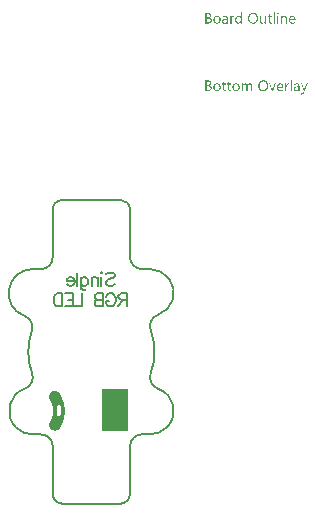
<source format=gbo>
G04*
G04 #@! TF.GenerationSoftware,Altium Limited,Altium Designer,21.8.1 (53)*
G04*
G04 Layer_Color=32896*
%FSAX25Y25*%
%MOIN*%
G70*
G04*
G04 #@! TF.SameCoordinates,17E01544-8C08-452E-A090-7F5DC87EFE89*
G04*
G04*
G04 #@! TF.FilePolarity,Positive*
G04*
G01*
G75*
%ADD11C,0.00787*%
%ADD14C,0.00630*%
%ADD53R,0.08618X0.14370*%
G36*
X0062201Y0140630D02*
X0062226D01*
X0062282Y0140605D01*
X0062313Y0140586D01*
X0062344Y0140562D01*
X0062350Y0140555D01*
X0062356Y0140549D01*
X0062387Y0140512D01*
X0062412Y0140450D01*
X0062418Y0140413D01*
X0062424Y0140376D01*
Y0140370D01*
Y0140357D01*
X0062418Y0140339D01*
X0062412Y0140314D01*
X0062393Y0140252D01*
X0062368Y0140221D01*
X0062344Y0140190D01*
X0062337D01*
X0062331Y0140178D01*
X0062294Y0140153D01*
X0062238Y0140128D01*
X0062201Y0140122D01*
X0062164Y0140116D01*
X0062146D01*
X0062127Y0140122D01*
X0062102D01*
X0062040Y0140147D01*
X0062009Y0140159D01*
X0061978Y0140184D01*
Y0140190D01*
X0061966Y0140196D01*
X0061954Y0140215D01*
X0061941Y0140234D01*
X0061917Y0140295D01*
X0061910Y0140332D01*
X0061904Y0140376D01*
Y0140382D01*
Y0140394D01*
X0061910Y0140413D01*
X0061917Y0140444D01*
X0061935Y0140500D01*
X0061954Y0140531D01*
X0061978Y0140562D01*
X0061985Y0140568D01*
X0061991Y0140574D01*
X0062028Y0140599D01*
X0062090Y0140623D01*
X0062127Y0140636D01*
X0062183D01*
X0062201Y0140630D01*
D02*
G37*
G36*
X0050211Y0136965D02*
X0049809D01*
Y0137386D01*
X0049796D01*
Y0137380D01*
X0049784Y0137367D01*
X0049766Y0137343D01*
X0049747Y0137312D01*
X0049716Y0137275D01*
X0049679Y0137238D01*
X0049635Y0137194D01*
X0049586Y0137151D01*
X0049530Y0137101D01*
X0049462Y0137058D01*
X0049394Y0137021D01*
X0049314Y0136984D01*
X0049233Y0136953D01*
X0049140Y0136928D01*
X0049041Y0136916D01*
X0048936Y0136909D01*
X0048893D01*
X0048856Y0136916D01*
X0048818Y0136922D01*
X0048769Y0136928D01*
X0048664Y0136953D01*
X0048540Y0136990D01*
X0048416Y0137052D01*
X0048348Y0137089D01*
X0048292Y0137132D01*
X0048230Y0137188D01*
X0048175Y0137244D01*
Y0137250D01*
X0048162Y0137262D01*
X0048150Y0137281D01*
X0048131Y0137306D01*
X0048113Y0137337D01*
X0048088Y0137380D01*
X0048063Y0137429D01*
X0048039Y0137485D01*
X0048008Y0137547D01*
X0047983Y0137615D01*
X0047958Y0137689D01*
X0047939Y0137770D01*
X0047921Y0137856D01*
X0047908Y0137956D01*
X0047902Y0138055D01*
X0047896Y0138160D01*
Y0138166D01*
Y0138185D01*
Y0138222D01*
X0047902Y0138265D01*
X0047908Y0138315D01*
X0047915Y0138376D01*
X0047921Y0138445D01*
X0047933Y0138519D01*
X0047970Y0138680D01*
X0048026Y0138847D01*
X0048063Y0138927D01*
X0048107Y0139008D01*
X0048150Y0139082D01*
X0048206Y0139156D01*
X0048212Y0139163D01*
X0048218Y0139175D01*
X0048237Y0139194D01*
X0048261Y0139218D01*
X0048292Y0139243D01*
X0048336Y0139274D01*
X0048379Y0139311D01*
X0048428Y0139348D01*
X0048552Y0139416D01*
X0048695Y0139478D01*
X0048775Y0139497D01*
X0048862Y0139515D01*
X0048948Y0139528D01*
X0049047Y0139534D01*
X0049097D01*
X0049134Y0139528D01*
X0049171Y0139522D01*
X0049221Y0139515D01*
X0049332Y0139485D01*
X0049456Y0139435D01*
X0049518Y0139404D01*
X0049580Y0139361D01*
X0049642Y0139317D01*
X0049697Y0139262D01*
X0049747Y0139200D01*
X0049796Y0139126D01*
X0049809D01*
Y0140685D01*
X0050211D01*
Y0136965D01*
D02*
G37*
G36*
X0064479Y0139528D02*
X0064553Y0139522D01*
X0064646Y0139503D01*
X0064745Y0139472D01*
X0064850Y0139423D01*
X0064956Y0139355D01*
X0064999Y0139317D01*
X0065042Y0139268D01*
X0065055Y0139255D01*
X0065080Y0139218D01*
X0065110Y0139156D01*
X0065154Y0139070D01*
X0065191Y0138964D01*
X0065228Y0138835D01*
X0065253Y0138680D01*
X0065259Y0138500D01*
Y0136965D01*
X0064857D01*
Y0138395D01*
Y0138401D01*
Y0138432D01*
X0064850Y0138469D01*
Y0138519D01*
X0064838Y0138581D01*
X0064826Y0138649D01*
X0064807Y0138723D01*
X0064782Y0138797D01*
X0064751Y0138872D01*
X0064714Y0138940D01*
X0064665Y0139008D01*
X0064609Y0139070D01*
X0064547Y0139119D01*
X0064467Y0139156D01*
X0064380Y0139187D01*
X0064275Y0139194D01*
X0064262D01*
X0064225Y0139187D01*
X0064170Y0139181D01*
X0064101Y0139163D01*
X0064021Y0139138D01*
X0063934Y0139094D01*
X0063854Y0139039D01*
X0063774Y0138964D01*
X0063767Y0138952D01*
X0063743Y0138927D01*
X0063712Y0138878D01*
X0063674Y0138810D01*
X0063637Y0138729D01*
X0063606Y0138630D01*
X0063582Y0138519D01*
X0063575Y0138395D01*
Y0136965D01*
X0063173D01*
Y0139478D01*
X0063575D01*
Y0139057D01*
X0063588D01*
X0063594Y0139064D01*
X0063600Y0139076D01*
X0063619Y0139101D01*
X0063643Y0139132D01*
X0063668Y0139169D01*
X0063705Y0139206D01*
X0063749Y0139249D01*
X0063798Y0139299D01*
X0063854Y0139342D01*
X0063916Y0139385D01*
X0063984Y0139423D01*
X0064058Y0139460D01*
X0064132Y0139491D01*
X0064219Y0139515D01*
X0064312Y0139528D01*
X0064411Y0139534D01*
X0064448D01*
X0064479Y0139528D01*
D02*
G37*
G36*
X0047481Y0139515D02*
X0047556Y0139509D01*
X0047599Y0139497D01*
X0047630Y0139485D01*
Y0139070D01*
X0047624Y0139076D01*
X0047611Y0139082D01*
X0047587Y0139094D01*
X0047556Y0139113D01*
X0047512Y0139126D01*
X0047457Y0139138D01*
X0047395Y0139144D01*
X0047327Y0139150D01*
X0047314D01*
X0047283Y0139144D01*
X0047234Y0139138D01*
X0047178Y0139119D01*
X0047104Y0139088D01*
X0047036Y0139045D01*
X0046961Y0138983D01*
X0046893Y0138903D01*
X0046887Y0138890D01*
X0046869Y0138859D01*
X0046838Y0138804D01*
X0046807Y0138729D01*
X0046776Y0138637D01*
X0046745Y0138519D01*
X0046726Y0138389D01*
X0046720Y0138240D01*
Y0136965D01*
X0046318D01*
Y0139478D01*
X0046720D01*
Y0138958D01*
X0046732D01*
Y0138964D01*
X0046739Y0138971D01*
X0046751Y0139002D01*
X0046769Y0139051D01*
X0046801Y0139113D01*
X0046831Y0139175D01*
X0046881Y0139243D01*
X0046931Y0139311D01*
X0046992Y0139373D01*
X0046999Y0139379D01*
X0047023Y0139398D01*
X0047060Y0139423D01*
X0047110Y0139447D01*
X0047166Y0139472D01*
X0047234Y0139497D01*
X0047308Y0139515D01*
X0047388Y0139522D01*
X0047444D01*
X0047481Y0139515D01*
D02*
G37*
G36*
X0058221Y0136965D02*
X0057819D01*
Y0137361D01*
X0057806D01*
Y0137355D01*
X0057794Y0137343D01*
X0057782Y0137318D01*
X0057757Y0137293D01*
X0057701Y0137219D01*
X0057614Y0137138D01*
X0057565Y0137095D01*
X0057509Y0137052D01*
X0057447Y0137015D01*
X0057373Y0136978D01*
X0057299Y0136953D01*
X0057218Y0136928D01*
X0057125Y0136916D01*
X0057033Y0136909D01*
X0056995D01*
X0056952Y0136916D01*
X0056890Y0136928D01*
X0056822Y0136940D01*
X0056748Y0136965D01*
X0056667Y0136996D01*
X0056587Y0137046D01*
X0056500Y0137101D01*
X0056420Y0137169D01*
X0056345Y0137256D01*
X0056277Y0137361D01*
X0056216Y0137479D01*
X0056172Y0137621D01*
X0056147Y0137788D01*
X0056135Y0137875D01*
Y0137974D01*
Y0139478D01*
X0056531D01*
Y0138036D01*
Y0138030D01*
Y0138005D01*
X0056537Y0137962D01*
X0056544Y0137912D01*
X0056550Y0137850D01*
X0056562Y0137788D01*
X0056581Y0137714D01*
X0056605Y0137640D01*
X0056643Y0137566D01*
X0056680Y0137497D01*
X0056729Y0137429D01*
X0056791Y0137367D01*
X0056859Y0137318D01*
X0056940Y0137281D01*
X0057039Y0137250D01*
X0057144Y0137244D01*
X0057156D01*
X0057193Y0137250D01*
X0057249Y0137256D01*
X0057311Y0137268D01*
X0057392Y0137299D01*
X0057472Y0137337D01*
X0057552Y0137386D01*
X0057627Y0137460D01*
X0057633Y0137473D01*
X0057658Y0137497D01*
X0057689Y0137547D01*
X0057726Y0137615D01*
X0057757Y0137696D01*
X0057788Y0137795D01*
X0057812Y0137906D01*
X0057819Y0138030D01*
Y0139478D01*
X0058221D01*
Y0136965D01*
D02*
G37*
G36*
X0062356D02*
X0061954D01*
Y0139478D01*
X0062356D01*
Y0136965D01*
D02*
G37*
G36*
X0061137D02*
X0060734D01*
Y0140685D01*
X0061137D01*
Y0136965D01*
D02*
G37*
G36*
X0044758Y0139528D02*
X0044813Y0139522D01*
X0044882Y0139503D01*
X0044956Y0139485D01*
X0045036Y0139453D01*
X0045123Y0139416D01*
X0045204Y0139367D01*
X0045284Y0139305D01*
X0045358Y0139231D01*
X0045426Y0139138D01*
X0045482Y0139033D01*
X0045525Y0138909D01*
X0045550Y0138767D01*
X0045562Y0138599D01*
Y0136965D01*
X0045160D01*
Y0137355D01*
X0045148D01*
Y0137349D01*
X0045135Y0137337D01*
X0045123Y0137312D01*
X0045098Y0137287D01*
X0045036Y0137213D01*
X0044956Y0137132D01*
X0044844Y0137052D01*
X0044714Y0136978D01*
X0044634Y0136953D01*
X0044554Y0136928D01*
X0044467Y0136916D01*
X0044374Y0136909D01*
X0044337D01*
X0044312Y0136916D01*
X0044244Y0136922D01*
X0044164Y0136934D01*
X0044065Y0136959D01*
X0043972Y0136990D01*
X0043873Y0137039D01*
X0043786Y0137101D01*
X0043780Y0137114D01*
X0043755Y0137138D01*
X0043718Y0137182D01*
X0043681Y0137244D01*
X0043644Y0137318D01*
X0043606Y0137405D01*
X0043582Y0137510D01*
X0043576Y0137627D01*
Y0137634D01*
Y0137658D01*
X0043582Y0137696D01*
X0043588Y0137739D01*
X0043600Y0137795D01*
X0043619Y0137856D01*
X0043644Y0137925D01*
X0043681Y0137993D01*
X0043724Y0138067D01*
X0043780Y0138141D01*
X0043848Y0138209D01*
X0043928Y0138271D01*
X0044021Y0138333D01*
X0044133Y0138383D01*
X0044256Y0138420D01*
X0044405Y0138451D01*
X0045160Y0138556D01*
Y0138562D01*
Y0138581D01*
X0045154Y0138618D01*
Y0138655D01*
X0045142Y0138705D01*
X0045135Y0138760D01*
X0045098Y0138878D01*
X0045067Y0138934D01*
X0045036Y0138989D01*
X0044993Y0139045D01*
X0044943Y0139094D01*
X0044882Y0139138D01*
X0044813Y0139169D01*
X0044733Y0139187D01*
X0044640Y0139194D01*
X0044597D01*
X0044566Y0139187D01*
X0044523D01*
X0044479Y0139175D01*
X0044368Y0139156D01*
X0044244Y0139119D01*
X0044108Y0139064D01*
X0044034Y0139026D01*
X0043966Y0138989D01*
X0043891Y0138940D01*
X0043823Y0138884D01*
Y0139299D01*
X0043829D01*
X0043842Y0139311D01*
X0043860Y0139324D01*
X0043891Y0139336D01*
X0043922Y0139355D01*
X0043966Y0139373D01*
X0044015Y0139392D01*
X0044071Y0139416D01*
X0044194Y0139460D01*
X0044343Y0139497D01*
X0044504Y0139522D01*
X0044677Y0139534D01*
X0044714D01*
X0044758Y0139528D01*
D02*
G37*
G36*
X0039069Y0140475D02*
X0039112D01*
X0039156Y0140469D01*
X0039255Y0140456D01*
X0039373Y0140425D01*
X0039496Y0140388D01*
X0039614Y0140332D01*
X0039719Y0140258D01*
X0039725D01*
X0039731Y0140246D01*
X0039762Y0140221D01*
X0039806Y0140172D01*
X0039855Y0140103D01*
X0039899Y0140017D01*
X0039942Y0139918D01*
X0039973Y0139806D01*
X0039985Y0139744D01*
Y0139676D01*
Y0139670D01*
Y0139664D01*
Y0139627D01*
X0039979Y0139571D01*
X0039967Y0139503D01*
X0039948Y0139416D01*
X0039917Y0139330D01*
X0039880Y0139243D01*
X0039824Y0139156D01*
X0039818Y0139144D01*
X0039793Y0139119D01*
X0039756Y0139082D01*
X0039707Y0139033D01*
X0039645Y0138983D01*
X0039571Y0138927D01*
X0039478Y0138884D01*
X0039379Y0138841D01*
Y0138835D01*
X0039397D01*
X0039416Y0138828D01*
X0039434Y0138822D01*
X0039503Y0138810D01*
X0039583Y0138785D01*
X0039670Y0138748D01*
X0039762Y0138705D01*
X0039855Y0138643D01*
X0039942Y0138562D01*
X0039954Y0138550D01*
X0039979Y0138519D01*
X0040010Y0138476D01*
X0040053Y0138407D01*
X0040091Y0138321D01*
X0040128Y0138222D01*
X0040152Y0138104D01*
X0040159Y0137974D01*
Y0137968D01*
Y0137956D01*
Y0137931D01*
X0040152Y0137900D01*
X0040146Y0137863D01*
X0040140Y0137819D01*
X0040115Y0137714D01*
X0040078Y0137597D01*
X0040022Y0137473D01*
X0039985Y0137417D01*
X0039942Y0137355D01*
X0039886Y0137299D01*
X0039830Y0137244D01*
X0039824D01*
X0039818Y0137231D01*
X0039800Y0137219D01*
X0039775Y0137200D01*
X0039744Y0137182D01*
X0039701Y0137157D01*
X0039608Y0137108D01*
X0039490Y0137052D01*
X0039354Y0137009D01*
X0039193Y0136978D01*
X0039112Y0136971D01*
X0039020Y0136965D01*
X0037992D01*
Y0140481D01*
X0039038D01*
X0039069Y0140475D01*
D02*
G37*
G36*
X0059564Y0139478D02*
X0060202D01*
Y0139132D01*
X0059564D01*
Y0137714D01*
Y0137702D01*
Y0137671D01*
X0059570Y0137627D01*
X0059577Y0137572D01*
X0059601Y0137454D01*
X0059620Y0137399D01*
X0059651Y0137355D01*
X0059657Y0137349D01*
X0059670Y0137337D01*
X0059688Y0137324D01*
X0059719Y0137306D01*
X0059756Y0137281D01*
X0059806Y0137268D01*
X0059868Y0137256D01*
X0059936Y0137250D01*
X0059960D01*
X0059991Y0137256D01*
X0060028Y0137262D01*
X0060115Y0137287D01*
X0060158Y0137306D01*
X0060202Y0137330D01*
Y0136984D01*
X0060196D01*
X0060177Y0136971D01*
X0060146Y0136965D01*
X0060103Y0136953D01*
X0060047Y0136940D01*
X0059985Y0136928D01*
X0059911Y0136922D01*
X0059824Y0136916D01*
X0059793D01*
X0059762Y0136922D01*
X0059719Y0136928D01*
X0059670Y0136940D01*
X0059614Y0136953D01*
X0059558Y0136978D01*
X0059496Y0137009D01*
X0059434Y0137046D01*
X0059372Y0137095D01*
X0059317Y0137151D01*
X0059267Y0137225D01*
X0059224Y0137306D01*
X0059193Y0137405D01*
X0059168Y0137516D01*
X0059162Y0137646D01*
Y0139132D01*
X0058735D01*
Y0139478D01*
X0059162D01*
Y0140091D01*
X0059564Y0140221D01*
Y0139478D01*
D02*
G37*
G36*
X0067091Y0139528D02*
X0067135Y0139522D01*
X0067178Y0139515D01*
X0067289Y0139497D01*
X0067413Y0139453D01*
X0067537Y0139398D01*
X0067599Y0139361D01*
X0067661Y0139317D01*
X0067716Y0139268D01*
X0067772Y0139212D01*
X0067778Y0139206D01*
X0067785Y0139200D01*
X0067797Y0139181D01*
X0067816Y0139156D01*
X0067834Y0139119D01*
X0067859Y0139082D01*
X0067884Y0139039D01*
X0067908Y0138983D01*
X0067933Y0138921D01*
X0067958Y0138859D01*
X0067983Y0138785D01*
X0068001Y0138705D01*
X0068020Y0138618D01*
X0068032Y0138531D01*
X0068045Y0138432D01*
Y0138327D01*
Y0138117D01*
X0066268D01*
Y0138110D01*
Y0138098D01*
Y0138079D01*
X0066274Y0138048D01*
X0066280Y0138011D01*
Y0137974D01*
X0066299Y0137875D01*
X0066330Y0137776D01*
X0066367Y0137665D01*
X0066423Y0137559D01*
X0066491Y0137467D01*
X0066503Y0137454D01*
X0066528Y0137429D01*
X0066578Y0137399D01*
X0066646Y0137355D01*
X0066732Y0137312D01*
X0066831Y0137281D01*
X0066949Y0137256D01*
X0067085Y0137244D01*
X0067128D01*
X0067159Y0137250D01*
X0067197D01*
X0067240Y0137256D01*
X0067345Y0137281D01*
X0067463Y0137312D01*
X0067593Y0137361D01*
X0067729Y0137429D01*
X0067797Y0137473D01*
X0067865Y0137522D01*
Y0137145D01*
X0067859D01*
X0067853Y0137132D01*
X0067834Y0137126D01*
X0067803Y0137108D01*
X0067772Y0137089D01*
X0067735Y0137070D01*
X0067686Y0137052D01*
X0067636Y0137027D01*
X0067574Y0137002D01*
X0067506Y0136984D01*
X0067357Y0136947D01*
X0067184Y0136922D01*
X0066992Y0136909D01*
X0066943D01*
X0066906Y0136916D01*
X0066862Y0136922D01*
X0066807Y0136928D01*
X0066689Y0136953D01*
X0066553Y0136990D01*
X0066417Y0137052D01*
X0066348Y0137095D01*
X0066280Y0137138D01*
X0066219Y0137188D01*
X0066157Y0137250D01*
X0066150Y0137256D01*
X0066144Y0137268D01*
X0066132Y0137287D01*
X0066107Y0137312D01*
X0066088Y0137349D01*
X0066064Y0137392D01*
X0066033Y0137442D01*
X0066008Y0137497D01*
X0065977Y0137559D01*
X0065952Y0137634D01*
X0065921Y0137714D01*
X0065903Y0137801D01*
X0065884Y0137894D01*
X0065866Y0137993D01*
X0065860Y0138098D01*
X0065853Y0138209D01*
Y0138216D01*
Y0138234D01*
Y0138265D01*
X0065860Y0138308D01*
X0065866Y0138358D01*
X0065872Y0138414D01*
X0065878Y0138482D01*
X0065897Y0138550D01*
X0065934Y0138698D01*
X0065990Y0138859D01*
X0066027Y0138940D01*
X0066076Y0139014D01*
X0066126Y0139094D01*
X0066181Y0139163D01*
X0066188Y0139169D01*
X0066200Y0139181D01*
X0066219Y0139200D01*
X0066243Y0139218D01*
X0066274Y0139249D01*
X0066311Y0139280D01*
X0066361Y0139311D01*
X0066410Y0139348D01*
X0066528Y0139416D01*
X0066670Y0139478D01*
X0066751Y0139497D01*
X0066831Y0139515D01*
X0066918Y0139528D01*
X0067011Y0139534D01*
X0067060D01*
X0067091Y0139528D01*
D02*
G37*
G36*
X0054049Y0140537D02*
X0054111Y0140531D01*
X0054185Y0140518D01*
X0054266Y0140500D01*
X0054352Y0140481D01*
X0054439Y0140456D01*
X0054538Y0140425D01*
X0054631Y0140382D01*
X0054730Y0140332D01*
X0054829Y0140277D01*
X0054922Y0140209D01*
X0055015Y0140134D01*
X0055101Y0140048D01*
X0055107Y0140042D01*
X0055120Y0140023D01*
X0055145Y0139998D01*
X0055169Y0139961D01*
X0055207Y0139912D01*
X0055244Y0139850D01*
X0055281Y0139782D01*
X0055324Y0139707D01*
X0055367Y0139614D01*
X0055405Y0139522D01*
X0055442Y0139416D01*
X0055479Y0139299D01*
X0055504Y0139181D01*
X0055528Y0139051D01*
X0055541Y0138909D01*
X0055547Y0138767D01*
Y0138754D01*
Y0138729D01*
Y0138686D01*
X0055541Y0138624D01*
X0055535Y0138550D01*
X0055522Y0138469D01*
X0055510Y0138376D01*
X0055491Y0138271D01*
X0055467Y0138166D01*
X0055436Y0138055D01*
X0055398Y0137943D01*
X0055355Y0137832D01*
X0055299Y0137714D01*
X0055238Y0137609D01*
X0055169Y0137504D01*
X0055089Y0137405D01*
X0055083Y0137399D01*
X0055070Y0137386D01*
X0055039Y0137361D01*
X0055008Y0137330D01*
X0054959Y0137287D01*
X0054903Y0137250D01*
X0054841Y0137200D01*
X0054767Y0137157D01*
X0054686Y0137114D01*
X0054594Y0137064D01*
X0054495Y0137027D01*
X0054383Y0136990D01*
X0054266Y0136953D01*
X0054142Y0136928D01*
X0054012Y0136916D01*
X0053869Y0136909D01*
X0053838D01*
X0053795Y0136916D01*
X0053746D01*
X0053684Y0136922D01*
X0053610Y0136934D01*
X0053529Y0136953D01*
X0053436Y0136971D01*
X0053343Y0136996D01*
X0053244Y0137027D01*
X0053145Y0137070D01*
X0053046Y0137114D01*
X0052947Y0137169D01*
X0052848Y0137238D01*
X0052755Y0137312D01*
X0052669Y0137399D01*
X0052662Y0137405D01*
X0052650Y0137423D01*
X0052625Y0137448D01*
X0052601Y0137485D01*
X0052563Y0137535D01*
X0052526Y0137597D01*
X0052489Y0137665D01*
X0052446Y0137745D01*
X0052402Y0137832D01*
X0052365Y0137925D01*
X0052328Y0138030D01*
X0052291Y0138147D01*
X0052266Y0138265D01*
X0052241Y0138395D01*
X0052229Y0138537D01*
X0052223Y0138680D01*
Y0138692D01*
Y0138717D01*
X0052229Y0138760D01*
Y0138822D01*
X0052235Y0138890D01*
X0052248Y0138977D01*
X0052260Y0139070D01*
X0052279Y0139169D01*
X0052303Y0139274D01*
X0052334Y0139385D01*
X0052372Y0139497D01*
X0052415Y0139608D01*
X0052470Y0139720D01*
X0052532Y0139831D01*
X0052601Y0139936D01*
X0052681Y0140035D01*
X0052687Y0140042D01*
X0052700Y0140060D01*
X0052731Y0140085D01*
X0052768Y0140116D01*
X0052811Y0140153D01*
X0052867Y0140196D01*
X0052935Y0140240D01*
X0053009Y0140289D01*
X0053096Y0140339D01*
X0053189Y0140382D01*
X0053288Y0140425D01*
X0053399Y0140463D01*
X0053523Y0140494D01*
X0053653Y0140524D01*
X0053789Y0140537D01*
X0053931Y0140543D01*
X0054000D01*
X0054049Y0140537D01*
D02*
G37*
G36*
X0042022Y0139528D02*
X0042065Y0139522D01*
X0042121Y0139515D01*
X0042245Y0139491D01*
X0042387Y0139447D01*
X0042529Y0139385D01*
X0042604Y0139348D01*
X0042672Y0139305D01*
X0042740Y0139249D01*
X0042802Y0139187D01*
X0042808Y0139181D01*
X0042814Y0139169D01*
X0042833Y0139150D01*
X0042851Y0139126D01*
X0042876Y0139088D01*
X0042901Y0139045D01*
X0042932Y0138996D01*
X0042963Y0138940D01*
X0042987Y0138872D01*
X0043018Y0138804D01*
X0043043Y0138723D01*
X0043068Y0138637D01*
X0043086Y0138544D01*
X0043105Y0138445D01*
X0043111Y0138339D01*
X0043117Y0138228D01*
Y0138222D01*
Y0138203D01*
Y0138172D01*
X0043111Y0138129D01*
X0043105Y0138079D01*
X0043099Y0138017D01*
X0043086Y0137956D01*
X0043074Y0137881D01*
X0043037Y0137733D01*
X0042975Y0137572D01*
X0042938Y0137491D01*
X0042888Y0137411D01*
X0042839Y0137337D01*
X0042777Y0137268D01*
X0042771Y0137262D01*
X0042758Y0137256D01*
X0042740Y0137238D01*
X0042715Y0137213D01*
X0042678Y0137188D01*
X0042641Y0137157D01*
X0042591Y0137120D01*
X0042536Y0137089D01*
X0042474Y0137058D01*
X0042406Y0137021D01*
X0042331Y0136990D01*
X0042251Y0136965D01*
X0042164Y0136940D01*
X0042071Y0136928D01*
X0041972Y0136916D01*
X0041867Y0136909D01*
X0041811D01*
X0041774Y0136916D01*
X0041731Y0136922D01*
X0041675Y0136928D01*
X0041613Y0136940D01*
X0041545Y0136953D01*
X0041403Y0136996D01*
X0041254Y0137058D01*
X0041180Y0137095D01*
X0041112Y0137145D01*
X0041044Y0137194D01*
X0040976Y0137256D01*
X0040969Y0137262D01*
X0040963Y0137275D01*
X0040945Y0137293D01*
X0040926Y0137318D01*
X0040901Y0137355D01*
X0040870Y0137399D01*
X0040839Y0137448D01*
X0040815Y0137504D01*
X0040784Y0137572D01*
X0040753Y0137640D01*
X0040722Y0137714D01*
X0040697Y0137801D01*
X0040660Y0137987D01*
X0040654Y0138086D01*
X0040648Y0138191D01*
Y0138197D01*
Y0138222D01*
Y0138253D01*
X0040654Y0138296D01*
X0040660Y0138346D01*
X0040666Y0138407D01*
X0040679Y0138476D01*
X0040691Y0138550D01*
X0040728Y0138711D01*
X0040790Y0138872D01*
X0040833Y0138952D01*
X0040877Y0139033D01*
X0040926Y0139107D01*
X0040988Y0139175D01*
X0040994Y0139181D01*
X0041007Y0139194D01*
X0041025Y0139206D01*
X0041050Y0139231D01*
X0041087Y0139255D01*
X0041131Y0139286D01*
X0041180Y0139324D01*
X0041236Y0139355D01*
X0041298Y0139385D01*
X0041372Y0139423D01*
X0041446Y0139453D01*
X0041533Y0139478D01*
X0041620Y0139503D01*
X0041719Y0139522D01*
X0041824Y0139528D01*
X0041929Y0139534D01*
X0041985D01*
X0042022Y0139528D01*
D02*
G37*
G36*
X0052929Y0117032D02*
X0052984Y0117020D01*
X0053046Y0117008D01*
X0053114Y0116983D01*
X0053195Y0116952D01*
X0053269Y0116909D01*
X0053350Y0116859D01*
X0053424Y0116791D01*
X0053492Y0116704D01*
X0053554Y0116605D01*
X0053610Y0116494D01*
X0053647Y0116351D01*
X0053678Y0116197D01*
X0053684Y0116017D01*
Y0114470D01*
X0053281D01*
Y0115912D01*
Y0115918D01*
Y0115930D01*
Y0115949D01*
Y0115980D01*
X0053275Y0116054D01*
X0053263Y0116141D01*
X0053250Y0116240D01*
X0053226Y0116339D01*
X0053195Y0116432D01*
X0053151Y0116512D01*
X0053145Y0116519D01*
X0053127Y0116543D01*
X0053096Y0116574D01*
X0053046Y0116605D01*
X0052991Y0116642D01*
X0052916Y0116667D01*
X0052823Y0116692D01*
X0052718Y0116698D01*
X0052706D01*
X0052675Y0116692D01*
X0052625Y0116686D01*
X0052563Y0116667D01*
X0052495Y0116642D01*
X0052421Y0116599D01*
X0052347Y0116543D01*
X0052279Y0116463D01*
X0052272Y0116451D01*
X0052254Y0116420D01*
X0052223Y0116370D01*
X0052192Y0116302D01*
X0052155Y0116221D01*
X0052130Y0116129D01*
X0052105Y0116017D01*
X0052099Y0115900D01*
Y0114470D01*
X0051697D01*
Y0115962D01*
Y0115968D01*
Y0115992D01*
X0051691Y0116030D01*
Y0116079D01*
X0051678Y0116135D01*
X0051666Y0116197D01*
X0051647Y0116259D01*
X0051629Y0116333D01*
X0051598Y0116401D01*
X0051561Y0116463D01*
X0051511Y0116525D01*
X0051455Y0116580D01*
X0051394Y0116630D01*
X0051313Y0116667D01*
X0051226Y0116692D01*
X0051127Y0116698D01*
X0051115D01*
X0051084Y0116692D01*
X0051034Y0116686D01*
X0050973Y0116673D01*
X0050905Y0116642D01*
X0050830Y0116605D01*
X0050756Y0116550D01*
X0050688Y0116475D01*
X0050682Y0116463D01*
X0050663Y0116438D01*
X0050632Y0116389D01*
X0050601Y0116321D01*
X0050570Y0116240D01*
X0050539Y0116141D01*
X0050521Y0116030D01*
X0050515Y0115900D01*
Y0114470D01*
X0050112D01*
Y0116983D01*
X0050515D01*
Y0116580D01*
X0050527D01*
X0050533Y0116587D01*
X0050539Y0116599D01*
X0050558Y0116624D01*
X0050576Y0116655D01*
X0050638Y0116723D01*
X0050725Y0116809D01*
X0050836Y0116896D01*
X0050966Y0116964D01*
X0051047Y0116995D01*
X0051127Y0117020D01*
X0051214Y0117032D01*
X0051307Y0117039D01*
X0051350D01*
X0051400Y0117032D01*
X0051462Y0117020D01*
X0051530Y0117001D01*
X0051604Y0116977D01*
X0051678Y0116946D01*
X0051753Y0116896D01*
X0051759Y0116890D01*
X0051783Y0116871D01*
X0051814Y0116841D01*
X0051858Y0116797D01*
X0051901Y0116741D01*
X0051944Y0116680D01*
X0051988Y0116605D01*
X0052019Y0116519D01*
X0052025Y0116525D01*
X0052031Y0116543D01*
X0052050Y0116568D01*
X0052068Y0116599D01*
X0052099Y0116642D01*
X0052136Y0116686D01*
X0052180Y0116729D01*
X0052229Y0116779D01*
X0052285Y0116828D01*
X0052347Y0116871D01*
X0052415Y0116921D01*
X0052489Y0116958D01*
X0052570Y0116989D01*
X0052656Y0117014D01*
X0052755Y0117032D01*
X0052854Y0117039D01*
X0052891D01*
X0052929Y0117032D01*
D02*
G37*
G36*
X0065804Y0117020D02*
X0065878Y0117014D01*
X0065921Y0117001D01*
X0065952Y0116989D01*
Y0116574D01*
X0065946Y0116580D01*
X0065934Y0116587D01*
X0065909Y0116599D01*
X0065878Y0116618D01*
X0065835Y0116630D01*
X0065779Y0116642D01*
X0065717Y0116649D01*
X0065649Y0116655D01*
X0065637D01*
X0065606Y0116649D01*
X0065556Y0116642D01*
X0065500Y0116624D01*
X0065426Y0116593D01*
X0065358Y0116550D01*
X0065284Y0116488D01*
X0065216Y0116407D01*
X0065210Y0116395D01*
X0065191Y0116364D01*
X0065160Y0116308D01*
X0065129Y0116234D01*
X0065098Y0116141D01*
X0065067Y0116023D01*
X0065049Y0115893D01*
X0065042Y0115745D01*
Y0114470D01*
X0064640D01*
Y0116983D01*
X0065042D01*
Y0116463D01*
X0065055D01*
Y0116469D01*
X0065061Y0116475D01*
X0065073Y0116506D01*
X0065092Y0116556D01*
X0065123Y0116618D01*
X0065154Y0116680D01*
X0065203Y0116748D01*
X0065253Y0116816D01*
X0065315Y0116878D01*
X0065321Y0116884D01*
X0065346Y0116902D01*
X0065383Y0116927D01*
X0065432Y0116952D01*
X0065488Y0116977D01*
X0065556Y0117001D01*
X0065631Y0117020D01*
X0065711Y0117026D01*
X0065767D01*
X0065804Y0117020D01*
D02*
G37*
G36*
X0071010Y0114067D02*
X0071003Y0114061D01*
X0070997Y0114036D01*
X0070979Y0113993D01*
X0070954Y0113944D01*
X0070923Y0113888D01*
X0070880Y0113820D01*
X0070836Y0113752D01*
X0070787Y0113677D01*
X0070725Y0113603D01*
X0070663Y0113535D01*
X0070589Y0113467D01*
X0070508Y0113411D01*
X0070428Y0113362D01*
X0070335Y0113318D01*
X0070242Y0113294D01*
X0070137Y0113287D01*
X0070081D01*
X0070044Y0113294D01*
X0069964Y0113306D01*
X0069877Y0113324D01*
Y0113684D01*
X0069883D01*
X0069902Y0113677D01*
X0069926Y0113671D01*
X0069957Y0113665D01*
X0070032Y0113646D01*
X0070112Y0113640D01*
X0070124D01*
X0070161Y0113646D01*
X0070217Y0113659D01*
X0070285Y0113684D01*
X0070360Y0113727D01*
X0070397Y0113758D01*
X0070434Y0113795D01*
X0070471Y0113832D01*
X0070508Y0113882D01*
X0070539Y0113937D01*
X0070570Y0113999D01*
X0070774Y0114470D01*
X0069790Y0116983D01*
X0070236D01*
X0070917Y0115045D01*
Y0115039D01*
X0070923Y0115027D01*
X0070929Y0115008D01*
X0070935Y0114983D01*
X0070942Y0114946D01*
X0070954Y0114909D01*
X0070966Y0114854D01*
X0070985D01*
Y0114866D01*
X0070997Y0114903D01*
X0071010Y0114959D01*
X0071034Y0115039D01*
X0071746Y0116983D01*
X0072161D01*
X0071010Y0114067D01*
D02*
G37*
G36*
X0060579Y0114470D02*
X0060183D01*
X0059230Y0116983D01*
X0059670D01*
X0060313Y0115157D01*
X0060319Y0115151D01*
X0060326Y0115126D01*
X0060338Y0115083D01*
X0060350Y0115039D01*
X0060363Y0114983D01*
X0060381Y0114922D01*
X0060400Y0114804D01*
X0060406D01*
Y0114810D01*
X0060412Y0114835D01*
X0060418Y0114872D01*
X0060425Y0114915D01*
X0060437Y0114971D01*
X0060449Y0115027D01*
X0060487Y0115144D01*
X0061155Y0116983D01*
X0061576D01*
X0060579Y0114470D01*
D02*
G37*
G36*
X0068602Y0117032D02*
X0068657Y0117026D01*
X0068726Y0117008D01*
X0068800Y0116989D01*
X0068880Y0116958D01*
X0068967Y0116921D01*
X0069047Y0116871D01*
X0069128Y0116809D01*
X0069202Y0116735D01*
X0069270Y0116642D01*
X0069326Y0116537D01*
X0069369Y0116413D01*
X0069394Y0116271D01*
X0069406Y0116104D01*
Y0114470D01*
X0069004D01*
Y0114860D01*
X0068992D01*
Y0114854D01*
X0068979Y0114841D01*
X0068967Y0114816D01*
X0068942Y0114792D01*
X0068880Y0114717D01*
X0068800Y0114637D01*
X0068688Y0114556D01*
X0068558Y0114482D01*
X0068478Y0114457D01*
X0068397Y0114433D01*
X0068311Y0114420D01*
X0068218Y0114414D01*
X0068181D01*
X0068156Y0114420D01*
X0068088Y0114426D01*
X0068007Y0114439D01*
X0067908Y0114463D01*
X0067816Y0114495D01*
X0067716Y0114544D01*
X0067630Y0114606D01*
X0067624Y0114618D01*
X0067599Y0114643D01*
X0067562Y0114686D01*
X0067525Y0114748D01*
X0067488Y0114822D01*
X0067450Y0114909D01*
X0067426Y0115014D01*
X0067419Y0115132D01*
Y0115138D01*
Y0115163D01*
X0067426Y0115200D01*
X0067432Y0115243D01*
X0067444Y0115299D01*
X0067463Y0115361D01*
X0067488Y0115429D01*
X0067525Y0115497D01*
X0067568Y0115571D01*
X0067624Y0115646D01*
X0067692Y0115714D01*
X0067772Y0115776D01*
X0067865Y0115838D01*
X0067976Y0115887D01*
X0068100Y0115924D01*
X0068249Y0115955D01*
X0069004Y0116060D01*
Y0116067D01*
Y0116085D01*
X0068998Y0116122D01*
Y0116160D01*
X0068985Y0116209D01*
X0068979Y0116265D01*
X0068942Y0116382D01*
X0068911Y0116438D01*
X0068880Y0116494D01*
X0068837Y0116550D01*
X0068787Y0116599D01*
X0068726Y0116642D01*
X0068657Y0116673D01*
X0068577Y0116692D01*
X0068484Y0116698D01*
X0068441D01*
X0068410Y0116692D01*
X0068366D01*
X0068323Y0116680D01*
X0068212Y0116661D01*
X0068088Y0116624D01*
X0067952Y0116568D01*
X0067877Y0116531D01*
X0067809Y0116494D01*
X0067735Y0116444D01*
X0067667Y0116389D01*
Y0116803D01*
X0067673D01*
X0067686Y0116816D01*
X0067704Y0116828D01*
X0067735Y0116841D01*
X0067766Y0116859D01*
X0067809Y0116878D01*
X0067859Y0116896D01*
X0067915Y0116921D01*
X0068038Y0116964D01*
X0068187Y0117001D01*
X0068348Y0117026D01*
X0068521Y0117039D01*
X0068558D01*
X0068602Y0117032D01*
D02*
G37*
G36*
X0066788Y0114470D02*
X0066386D01*
Y0118190D01*
X0066788D01*
Y0114470D01*
D02*
G37*
G36*
X0039069Y0117979D02*
X0039112D01*
X0039156Y0117973D01*
X0039255Y0117961D01*
X0039373Y0117930D01*
X0039496Y0117893D01*
X0039614Y0117837D01*
X0039719Y0117763D01*
X0039725D01*
X0039731Y0117750D01*
X0039762Y0117726D01*
X0039806Y0117676D01*
X0039855Y0117608D01*
X0039899Y0117521D01*
X0039942Y0117422D01*
X0039973Y0117311D01*
X0039985Y0117249D01*
Y0117181D01*
Y0117175D01*
Y0117168D01*
Y0117131D01*
X0039979Y0117076D01*
X0039967Y0117008D01*
X0039948Y0116921D01*
X0039917Y0116834D01*
X0039880Y0116748D01*
X0039824Y0116661D01*
X0039818Y0116649D01*
X0039793Y0116624D01*
X0039756Y0116587D01*
X0039707Y0116537D01*
X0039645Y0116488D01*
X0039571Y0116432D01*
X0039478Y0116389D01*
X0039379Y0116345D01*
Y0116339D01*
X0039397D01*
X0039416Y0116333D01*
X0039434Y0116327D01*
X0039503Y0116314D01*
X0039583Y0116290D01*
X0039670Y0116252D01*
X0039762Y0116209D01*
X0039855Y0116147D01*
X0039942Y0116067D01*
X0039954Y0116054D01*
X0039979Y0116023D01*
X0040010Y0115980D01*
X0040053Y0115912D01*
X0040091Y0115825D01*
X0040128Y0115726D01*
X0040152Y0115609D01*
X0040159Y0115479D01*
Y0115472D01*
Y0115460D01*
Y0115435D01*
X0040152Y0115404D01*
X0040146Y0115367D01*
X0040140Y0115324D01*
X0040115Y0115219D01*
X0040078Y0115101D01*
X0040022Y0114977D01*
X0039985Y0114922D01*
X0039942Y0114860D01*
X0039886Y0114804D01*
X0039830Y0114748D01*
X0039824D01*
X0039818Y0114736D01*
X0039800Y0114724D01*
X0039775Y0114705D01*
X0039744Y0114686D01*
X0039701Y0114662D01*
X0039608Y0114612D01*
X0039490Y0114556D01*
X0039354Y0114513D01*
X0039193Y0114482D01*
X0039112Y0114476D01*
X0039020Y0114470D01*
X0037992D01*
Y0117986D01*
X0039038D01*
X0039069Y0117979D01*
D02*
G37*
G36*
X0045996Y0116983D02*
X0046633D01*
Y0116636D01*
X0045996D01*
Y0115219D01*
Y0115206D01*
Y0115175D01*
X0046002Y0115132D01*
X0046008Y0115076D01*
X0046033Y0114959D01*
X0046051Y0114903D01*
X0046082Y0114860D01*
X0046089Y0114854D01*
X0046101Y0114841D01*
X0046120Y0114829D01*
X0046150Y0114810D01*
X0046188Y0114785D01*
X0046237Y0114773D01*
X0046299Y0114761D01*
X0046367Y0114754D01*
X0046392D01*
X0046423Y0114761D01*
X0046460Y0114767D01*
X0046547Y0114792D01*
X0046590Y0114810D01*
X0046633Y0114835D01*
Y0114488D01*
X0046627D01*
X0046609Y0114476D01*
X0046578Y0114470D01*
X0046534Y0114457D01*
X0046479Y0114445D01*
X0046417Y0114433D01*
X0046342Y0114426D01*
X0046256Y0114420D01*
X0046225D01*
X0046194Y0114426D01*
X0046150Y0114433D01*
X0046101Y0114445D01*
X0046045Y0114457D01*
X0045990Y0114482D01*
X0045928Y0114513D01*
X0045866Y0114550D01*
X0045804Y0114600D01*
X0045748Y0114655D01*
X0045699Y0114730D01*
X0045655Y0114810D01*
X0045624Y0114909D01*
X0045600Y0115021D01*
X0045593Y0115151D01*
Y0116636D01*
X0045166D01*
Y0116983D01*
X0045593D01*
Y0117596D01*
X0045996Y0117726D01*
Y0116983D01*
D02*
G37*
G36*
X0044293D02*
X0044931D01*
Y0116636D01*
X0044293D01*
Y0115219D01*
Y0115206D01*
Y0115175D01*
X0044300Y0115132D01*
X0044306Y0115076D01*
X0044331Y0114959D01*
X0044349Y0114903D01*
X0044380Y0114860D01*
X0044386Y0114854D01*
X0044399Y0114841D01*
X0044417Y0114829D01*
X0044448Y0114810D01*
X0044485Y0114785D01*
X0044535Y0114773D01*
X0044597Y0114761D01*
X0044665Y0114754D01*
X0044690D01*
X0044721Y0114761D01*
X0044758Y0114767D01*
X0044844Y0114792D01*
X0044888Y0114810D01*
X0044931Y0114835D01*
Y0114488D01*
X0044925D01*
X0044906Y0114476D01*
X0044875Y0114470D01*
X0044832Y0114457D01*
X0044776Y0114445D01*
X0044714Y0114433D01*
X0044640Y0114426D01*
X0044554Y0114420D01*
X0044523D01*
X0044492Y0114426D01*
X0044448Y0114433D01*
X0044399Y0114445D01*
X0044343Y0114457D01*
X0044287Y0114482D01*
X0044225Y0114513D01*
X0044164Y0114550D01*
X0044102Y0114600D01*
X0044046Y0114655D01*
X0043996Y0114730D01*
X0043953Y0114810D01*
X0043922Y0114909D01*
X0043897Y0115021D01*
X0043891Y0115151D01*
Y0116636D01*
X0043464D01*
Y0116983D01*
X0043891D01*
Y0117596D01*
X0044293Y0117726D01*
Y0116983D01*
D02*
G37*
G36*
X0063080Y0117032D02*
X0063124Y0117026D01*
X0063167Y0117020D01*
X0063278Y0117001D01*
X0063402Y0116958D01*
X0063526Y0116902D01*
X0063588Y0116865D01*
X0063650Y0116822D01*
X0063705Y0116772D01*
X0063761Y0116717D01*
X0063767Y0116710D01*
X0063774Y0116704D01*
X0063786Y0116686D01*
X0063804Y0116661D01*
X0063823Y0116624D01*
X0063848Y0116587D01*
X0063872Y0116543D01*
X0063897Y0116488D01*
X0063922Y0116426D01*
X0063947Y0116364D01*
X0063972Y0116290D01*
X0063990Y0116209D01*
X0064009Y0116122D01*
X0064021Y0116036D01*
X0064034Y0115937D01*
Y0115831D01*
Y0115621D01*
X0062257D01*
Y0115615D01*
Y0115603D01*
Y0115584D01*
X0062263Y0115553D01*
X0062269Y0115516D01*
Y0115479D01*
X0062288Y0115380D01*
X0062319Y0115281D01*
X0062356Y0115169D01*
X0062412Y0115064D01*
X0062480Y0114971D01*
X0062492Y0114959D01*
X0062517Y0114934D01*
X0062566Y0114903D01*
X0062634Y0114860D01*
X0062721Y0114816D01*
X0062820Y0114785D01*
X0062938Y0114761D01*
X0063074Y0114748D01*
X0063117D01*
X0063148Y0114754D01*
X0063185D01*
X0063229Y0114761D01*
X0063334Y0114785D01*
X0063452Y0114816D01*
X0063582Y0114866D01*
X0063718Y0114934D01*
X0063786Y0114977D01*
X0063854Y0115027D01*
Y0114649D01*
X0063848D01*
X0063842Y0114637D01*
X0063823Y0114631D01*
X0063792Y0114612D01*
X0063761Y0114594D01*
X0063724Y0114575D01*
X0063674Y0114556D01*
X0063625Y0114532D01*
X0063563Y0114507D01*
X0063495Y0114488D01*
X0063346Y0114451D01*
X0063173Y0114426D01*
X0062981Y0114414D01*
X0062932D01*
X0062894Y0114420D01*
X0062851Y0114426D01*
X0062796Y0114433D01*
X0062678Y0114457D01*
X0062542Y0114495D01*
X0062406Y0114556D01*
X0062337Y0114600D01*
X0062269Y0114643D01*
X0062207Y0114692D01*
X0062146Y0114754D01*
X0062139Y0114761D01*
X0062133Y0114773D01*
X0062121Y0114792D01*
X0062096Y0114816D01*
X0062077Y0114854D01*
X0062053Y0114897D01*
X0062022Y0114946D01*
X0061997Y0115002D01*
X0061966Y0115064D01*
X0061941Y0115138D01*
X0061910Y0115219D01*
X0061892Y0115305D01*
X0061873Y0115398D01*
X0061855Y0115497D01*
X0061848Y0115603D01*
X0061842Y0115714D01*
Y0115720D01*
Y0115739D01*
Y0115770D01*
X0061848Y0115813D01*
X0061855Y0115862D01*
X0061861Y0115918D01*
X0061867Y0115986D01*
X0061885Y0116054D01*
X0061923Y0116203D01*
X0061978Y0116364D01*
X0062015Y0116444D01*
X0062065Y0116519D01*
X0062115Y0116599D01*
X0062170Y0116667D01*
X0062176Y0116673D01*
X0062189Y0116686D01*
X0062207Y0116704D01*
X0062232Y0116723D01*
X0062263Y0116754D01*
X0062300Y0116785D01*
X0062350Y0116816D01*
X0062399Y0116853D01*
X0062517Y0116921D01*
X0062659Y0116983D01*
X0062740Y0117001D01*
X0062820Y0117020D01*
X0062907Y0117032D01*
X0063000Y0117039D01*
X0063049D01*
X0063080Y0117032D01*
D02*
G37*
G36*
X0057466Y0118041D02*
X0057528Y0118035D01*
X0057602Y0118023D01*
X0057683Y0118004D01*
X0057769Y0117986D01*
X0057856Y0117961D01*
X0057955Y0117930D01*
X0058048Y0117887D01*
X0058147Y0117837D01*
X0058246Y0117781D01*
X0058339Y0117713D01*
X0058432Y0117639D01*
X0058518Y0117552D01*
X0058524Y0117546D01*
X0058537Y0117528D01*
X0058561Y0117503D01*
X0058586Y0117466D01*
X0058623Y0117416D01*
X0058661Y0117354D01*
X0058698Y0117286D01*
X0058741Y0117212D01*
X0058784Y0117119D01*
X0058821Y0117026D01*
X0058859Y0116921D01*
X0058896Y0116803D01*
X0058921Y0116686D01*
X0058945Y0116556D01*
X0058958Y0116413D01*
X0058964Y0116271D01*
Y0116259D01*
Y0116234D01*
Y0116191D01*
X0058958Y0116129D01*
X0058951Y0116054D01*
X0058939Y0115974D01*
X0058927Y0115881D01*
X0058908Y0115776D01*
X0058883Y0115671D01*
X0058852Y0115559D01*
X0058815Y0115448D01*
X0058772Y0115336D01*
X0058716Y0115219D01*
X0058654Y0115113D01*
X0058586Y0115008D01*
X0058506Y0114909D01*
X0058500Y0114903D01*
X0058487Y0114891D01*
X0058456Y0114866D01*
X0058425Y0114835D01*
X0058376Y0114792D01*
X0058320Y0114754D01*
X0058258Y0114705D01*
X0058184Y0114662D01*
X0058103Y0114618D01*
X0058011Y0114569D01*
X0057911Y0114532D01*
X0057800Y0114495D01*
X0057683Y0114457D01*
X0057559Y0114433D01*
X0057429Y0114420D01*
X0057286Y0114414D01*
X0057255D01*
X0057212Y0114420D01*
X0057162D01*
X0057101Y0114426D01*
X0057026Y0114439D01*
X0056946Y0114457D01*
X0056853Y0114476D01*
X0056760Y0114501D01*
X0056661Y0114532D01*
X0056562Y0114575D01*
X0056463Y0114618D01*
X0056364Y0114674D01*
X0056265Y0114742D01*
X0056172Y0114816D01*
X0056085Y0114903D01*
X0056079Y0114909D01*
X0056067Y0114928D01*
X0056042Y0114953D01*
X0056017Y0114990D01*
X0055980Y0115039D01*
X0055943Y0115101D01*
X0055906Y0115169D01*
X0055863Y0115250D01*
X0055819Y0115336D01*
X0055782Y0115429D01*
X0055745Y0115534D01*
X0055708Y0115652D01*
X0055683Y0115770D01*
X0055658Y0115900D01*
X0055646Y0116042D01*
X0055640Y0116184D01*
Y0116197D01*
Y0116221D01*
X0055646Y0116265D01*
Y0116327D01*
X0055652Y0116395D01*
X0055665Y0116481D01*
X0055677Y0116574D01*
X0055695Y0116673D01*
X0055720Y0116779D01*
X0055751Y0116890D01*
X0055788Y0117001D01*
X0055832Y0117113D01*
X0055887Y0117224D01*
X0055949Y0117336D01*
X0056017Y0117441D01*
X0056098Y0117540D01*
X0056104Y0117546D01*
X0056116Y0117565D01*
X0056147Y0117589D01*
X0056185Y0117620D01*
X0056228Y0117657D01*
X0056284Y0117701D01*
X0056352Y0117744D01*
X0056426Y0117794D01*
X0056513Y0117843D01*
X0056605Y0117887D01*
X0056704Y0117930D01*
X0056816Y0117967D01*
X0056940Y0117998D01*
X0057070Y0118029D01*
X0057206Y0118041D01*
X0057348Y0118047D01*
X0057416D01*
X0057466Y0118041D01*
D02*
G37*
G36*
X0048373Y0117032D02*
X0048416Y0117026D01*
X0048472Y0117020D01*
X0048596Y0116995D01*
X0048738Y0116952D01*
X0048880Y0116890D01*
X0048955Y0116853D01*
X0049023Y0116809D01*
X0049091Y0116754D01*
X0049153Y0116692D01*
X0049159Y0116686D01*
X0049165Y0116673D01*
X0049184Y0116655D01*
X0049202Y0116630D01*
X0049227Y0116593D01*
X0049252Y0116550D01*
X0049283Y0116500D01*
X0049314Y0116444D01*
X0049338Y0116376D01*
X0049369Y0116308D01*
X0049394Y0116228D01*
X0049419Y0116141D01*
X0049437Y0116048D01*
X0049456Y0115949D01*
X0049462Y0115844D01*
X0049468Y0115733D01*
Y0115726D01*
Y0115708D01*
Y0115677D01*
X0049462Y0115633D01*
X0049456Y0115584D01*
X0049450Y0115522D01*
X0049437Y0115460D01*
X0049425Y0115386D01*
X0049388Y0115237D01*
X0049326Y0115076D01*
X0049289Y0114996D01*
X0049239Y0114915D01*
X0049190Y0114841D01*
X0049128Y0114773D01*
X0049122Y0114767D01*
X0049109Y0114761D01*
X0049091Y0114742D01*
X0049066Y0114717D01*
X0049029Y0114692D01*
X0048992Y0114662D01*
X0048942Y0114625D01*
X0048886Y0114594D01*
X0048825Y0114563D01*
X0048757Y0114525D01*
X0048682Y0114495D01*
X0048602Y0114470D01*
X0048515Y0114445D01*
X0048422Y0114433D01*
X0048323Y0114420D01*
X0048218Y0114414D01*
X0048162D01*
X0048125Y0114420D01*
X0048082Y0114426D01*
X0048026Y0114433D01*
X0047964Y0114445D01*
X0047896Y0114457D01*
X0047754Y0114501D01*
X0047605Y0114563D01*
X0047531Y0114600D01*
X0047463Y0114649D01*
X0047395Y0114699D01*
X0047327Y0114761D01*
X0047320Y0114767D01*
X0047314Y0114779D01*
X0047296Y0114798D01*
X0047277Y0114822D01*
X0047252Y0114860D01*
X0047221Y0114903D01*
X0047190Y0114953D01*
X0047166Y0115008D01*
X0047135Y0115076D01*
X0047104Y0115144D01*
X0047073Y0115219D01*
X0047048Y0115305D01*
X0047011Y0115491D01*
X0047005Y0115590D01*
X0046999Y0115695D01*
Y0115701D01*
Y0115726D01*
Y0115757D01*
X0047005Y0115800D01*
X0047011Y0115850D01*
X0047017Y0115912D01*
X0047030Y0115980D01*
X0047042Y0116054D01*
X0047079Y0116215D01*
X0047141Y0116376D01*
X0047184Y0116457D01*
X0047228Y0116537D01*
X0047277Y0116611D01*
X0047339Y0116680D01*
X0047345Y0116686D01*
X0047358Y0116698D01*
X0047376Y0116710D01*
X0047401Y0116735D01*
X0047438Y0116760D01*
X0047481Y0116791D01*
X0047531Y0116828D01*
X0047587Y0116859D01*
X0047649Y0116890D01*
X0047723Y0116927D01*
X0047797Y0116958D01*
X0047884Y0116983D01*
X0047970Y0117008D01*
X0048069Y0117026D01*
X0048175Y0117032D01*
X0048280Y0117039D01*
X0048336D01*
X0048373Y0117032D01*
D02*
G37*
G36*
X0042022D02*
X0042065Y0117026D01*
X0042121Y0117020D01*
X0042245Y0116995D01*
X0042387Y0116952D01*
X0042529Y0116890D01*
X0042604Y0116853D01*
X0042672Y0116809D01*
X0042740Y0116754D01*
X0042802Y0116692D01*
X0042808Y0116686D01*
X0042814Y0116673D01*
X0042833Y0116655D01*
X0042851Y0116630D01*
X0042876Y0116593D01*
X0042901Y0116550D01*
X0042932Y0116500D01*
X0042963Y0116444D01*
X0042987Y0116376D01*
X0043018Y0116308D01*
X0043043Y0116228D01*
X0043068Y0116141D01*
X0043086Y0116048D01*
X0043105Y0115949D01*
X0043111Y0115844D01*
X0043117Y0115733D01*
Y0115726D01*
Y0115708D01*
Y0115677D01*
X0043111Y0115633D01*
X0043105Y0115584D01*
X0043099Y0115522D01*
X0043086Y0115460D01*
X0043074Y0115386D01*
X0043037Y0115237D01*
X0042975Y0115076D01*
X0042938Y0114996D01*
X0042888Y0114915D01*
X0042839Y0114841D01*
X0042777Y0114773D01*
X0042771Y0114767D01*
X0042758Y0114761D01*
X0042740Y0114742D01*
X0042715Y0114717D01*
X0042678Y0114692D01*
X0042641Y0114662D01*
X0042591Y0114625D01*
X0042536Y0114594D01*
X0042474Y0114563D01*
X0042406Y0114525D01*
X0042331Y0114495D01*
X0042251Y0114470D01*
X0042164Y0114445D01*
X0042071Y0114433D01*
X0041972Y0114420D01*
X0041867Y0114414D01*
X0041811D01*
X0041774Y0114420D01*
X0041731Y0114426D01*
X0041675Y0114433D01*
X0041613Y0114445D01*
X0041545Y0114457D01*
X0041403Y0114501D01*
X0041254Y0114563D01*
X0041180Y0114600D01*
X0041112Y0114649D01*
X0041044Y0114699D01*
X0040976Y0114761D01*
X0040969Y0114767D01*
X0040963Y0114779D01*
X0040945Y0114798D01*
X0040926Y0114822D01*
X0040901Y0114860D01*
X0040870Y0114903D01*
X0040839Y0114953D01*
X0040815Y0115008D01*
X0040784Y0115076D01*
X0040753Y0115144D01*
X0040722Y0115219D01*
X0040697Y0115305D01*
X0040660Y0115491D01*
X0040654Y0115590D01*
X0040648Y0115695D01*
Y0115701D01*
Y0115726D01*
Y0115757D01*
X0040654Y0115800D01*
X0040660Y0115850D01*
X0040666Y0115912D01*
X0040679Y0115980D01*
X0040691Y0116054D01*
X0040728Y0116215D01*
X0040790Y0116376D01*
X0040833Y0116457D01*
X0040877Y0116537D01*
X0040926Y0116611D01*
X0040988Y0116680D01*
X0040994Y0116686D01*
X0041007Y0116698D01*
X0041025Y0116710D01*
X0041050Y0116735D01*
X0041087Y0116760D01*
X0041131Y0116791D01*
X0041180Y0116828D01*
X0041236Y0116859D01*
X0041298Y0116890D01*
X0041372Y0116927D01*
X0041446Y0116958D01*
X0041533Y0116983D01*
X0041620Y0117008D01*
X0041719Y0117026D01*
X0041824Y0117032D01*
X0041929Y0117039D01*
X0041985D01*
X0042022Y0117032D01*
D02*
G37*
G36*
X-0012043Y0014488D02*
X-0011926Y0014478D01*
X-0011810Y0014460D01*
X-0011695Y0014435D01*
X-0011582Y0014404D01*
X-0011471Y0014365D01*
X-0011363Y0014320D01*
X-0011257Y0014269D01*
X-0011155Y0014211D01*
X-0011056Y0014148D01*
X-0010962Y0014078D01*
X-0010872Y0014003D01*
X-0010786Y0013923D01*
X-0010706Y0013837D01*
X-0010631Y0013747D01*
X-0010561Y0013652D01*
X-0010510Y0013573D01*
X-0010510Y0013573D01*
X-0010430Y0013443D01*
X-0010282Y0013190D01*
X-0010142Y0012934D01*
X-0010008Y0012673D01*
X-0009882Y0012410D01*
X-0009762Y0012142D01*
X-0009651Y0011872D01*
X-0009546Y0011599D01*
X-0009449Y0011323D01*
X-0009359Y0011045D01*
X-0009277Y0010764D01*
X-0009203Y0010481D01*
X-0009136Y0010196D01*
X-0009077Y0009910D01*
X-0009026Y0009622D01*
X-0008982Y0009332D01*
X-0008947Y0009042D01*
X-0008919Y0008751D01*
X-0008899Y0008459D01*
X-0008887Y0008167D01*
X-0008883Y0007874D01*
X-0008887Y0007581D01*
X-0008899Y0007289D01*
X-0008919Y0006997D01*
X-0008947Y0006706D01*
X-0008982Y0006416D01*
X-0009026Y0006126D01*
X-0009077Y0005838D01*
X-0009136Y0005552D01*
X-0009203Y0005267D01*
X-0009277Y0004984D01*
X-0009359Y0004704D01*
X-0009449Y0004425D01*
X-0009546Y0004149D01*
X-0009651Y0003876D01*
X-0009762Y0003606D01*
X-0009882Y0003339D01*
X-0010008Y0003075D01*
X-0010142Y0002814D01*
X-0010282Y0002558D01*
X-0010430Y0002305D01*
X-0010491Y0002206D01*
X-0010491Y0002206D01*
X-0010545Y0002121D01*
X-0010615Y0002027D01*
X-0010690Y0001937D01*
X-0010770Y0001851D01*
X-0010856Y0001771D01*
X-0010946Y0001695D01*
X-0011041Y0001626D01*
X-0011139Y0001562D01*
X-0011241Y0001505D01*
X-0011347Y0001453D01*
X-0011455Y0001408D01*
X-0011566Y0001370D01*
X-0011680Y0001338D01*
X-0011794Y0001314D01*
X-0011910Y0001296D01*
X-0012027Y0001285D01*
X-0012145Y0001282D01*
X-0012262Y0001285D01*
X-0012379Y0001296D01*
X-0012495Y0001314D01*
X-0012610Y0001338D01*
X-0012723Y0001370D01*
X-0012834Y0001408D01*
X-0012942Y0001453D01*
X-0013048Y0001505D01*
X-0013150Y0001562D01*
X-0013249Y0001626D01*
X-0013343Y0001695D01*
X-0013433Y0001771D01*
X-0013519Y0001851D01*
X-0013599Y0001937D01*
X-0013674Y0002027D01*
X-0013744Y0002121D01*
X-0013808Y0002220D01*
X-0013865Y0002322D01*
X-0013917Y0002428D01*
X-0013962Y0002536D01*
X-0014000Y0002647D01*
X-0014031Y0002760D01*
X-0014056Y0002875D01*
X-0014074Y0002991D01*
X-0014084Y0003108D01*
X-0014088Y0003225D01*
X-0014084Y0003343D01*
X-0014074Y0003460D01*
X-0014056Y0003576D01*
X-0014031Y0003690D01*
X-0014000Y0003804D01*
X-0013962Y0003915D01*
X-0013917Y0004023D01*
X-0013865Y0004129D01*
X-0013808Y0004231D01*
X-0013799Y0004245D01*
X-0013799Y0004245D01*
X-0013696Y0004416D01*
X-0013586Y0004614D01*
X-0013483Y0004815D01*
X-0013386Y0005020D01*
X-0013296Y0005227D01*
X-0013213Y0005438D01*
X-0013136Y0005651D01*
X-0013067Y0005866D01*
X-0013005Y0006084D01*
X-0012950Y0006304D01*
X-0012902Y0006525D01*
X-0012862Y0006747D01*
X-0012829Y0006971D01*
X-0012803Y0007196D01*
X-0012784Y0007422D01*
X-0012773Y0007648D01*
X-0012769Y0007874D01*
X-0012773Y0008100D01*
X-0012784Y0008326D01*
X-0012803Y0008552D01*
X-0012829Y0008777D01*
X-0012862Y0009001D01*
X-0012902Y0009223D01*
X-0012950Y0009444D01*
X-0013005Y0009664D01*
X-0013067Y0009882D01*
X-0013136Y0010097D01*
X-0013213Y0010310D01*
X-0013296Y0010520D01*
X-0013386Y0010728D01*
X-0013483Y0010933D01*
X-0013586Y0011134D01*
X-0013696Y0011332D01*
X-0013811Y0011523D01*
X-0013811Y0011523D01*
X-0013824Y0011543D01*
X-0013881Y0011645D01*
X-0013933Y0011751D01*
X-0013977Y0011859D01*
X-0014016Y0011970D01*
X-0014047Y0012083D01*
X-0014072Y0012198D01*
X-0014090Y0012314D01*
X-0014100Y0012431D01*
X-0014104Y0012548D01*
X-0014100Y0012666D01*
X-0014090Y0012783D01*
X-0014072Y0012899D01*
X-0014047Y0013013D01*
X-0014016Y0013126D01*
X-0013977Y0013237D01*
X-0013933Y0013346D01*
X-0013881Y0013451D01*
X-0013824Y0013554D01*
X-0013760Y0013652D01*
X-0013690Y0013747D01*
X-0013615Y0013837D01*
X-0013535Y0013923D01*
X-0013449Y0014003D01*
X-0013359Y0014078D01*
X-0013264Y0014148D01*
X-0013166Y0014211D01*
X-0013063Y0014269D01*
X-0012958Y0014320D01*
X-0012849Y0014365D01*
X-0012739Y0014404D01*
X-0012626Y0014435D01*
X-0012511Y0014460D01*
X-0012395Y0014478D01*
X-0012278Y0014488D01*
X-0012160Y0014492D01*
X-0012043Y0014488D01*
D02*
G37*
%LPC*%
G36*
X0049097Y0139194D02*
X0049060D01*
X0049035Y0139187D01*
X0048967Y0139181D01*
X0048886Y0139163D01*
X0048794Y0139126D01*
X0048695Y0139076D01*
X0048602Y0139014D01*
X0048558Y0138971D01*
X0048515Y0138921D01*
X0048509Y0138909D01*
X0048484Y0138872D01*
X0048447Y0138810D01*
X0048410Y0138729D01*
X0048373Y0138624D01*
X0048336Y0138494D01*
X0048311Y0138346D01*
X0048305Y0138178D01*
Y0138172D01*
Y0138160D01*
Y0138135D01*
X0048311Y0138104D01*
Y0138073D01*
X0048317Y0138030D01*
X0048329Y0137931D01*
X0048354Y0137819D01*
X0048391Y0137708D01*
X0048441Y0137597D01*
X0048509Y0137491D01*
X0048521Y0137479D01*
X0048546Y0137454D01*
X0048589Y0137411D01*
X0048651Y0137367D01*
X0048732Y0137324D01*
X0048825Y0137281D01*
X0048930Y0137256D01*
X0049054Y0137244D01*
X0049085D01*
X0049109Y0137250D01*
X0049171Y0137256D01*
X0049246Y0137275D01*
X0049332Y0137306D01*
X0049425Y0137343D01*
X0049512Y0137405D01*
X0049598Y0137485D01*
X0049605Y0137497D01*
X0049629Y0137529D01*
X0049667Y0137584D01*
X0049704Y0137652D01*
X0049741Y0137739D01*
X0049778Y0137844D01*
X0049803Y0137968D01*
X0049809Y0138098D01*
Y0138469D01*
Y0138476D01*
Y0138482D01*
Y0138519D01*
X0049796Y0138575D01*
X0049784Y0138649D01*
X0049759Y0138729D01*
X0049722Y0138816D01*
X0049673Y0138903D01*
X0049605Y0138983D01*
X0049598Y0138989D01*
X0049567Y0139014D01*
X0049524Y0139051D01*
X0049468Y0139088D01*
X0049394Y0139126D01*
X0049307Y0139163D01*
X0049208Y0139187D01*
X0049097Y0139194D01*
D02*
G37*
G36*
X0045160Y0138234D02*
X0044554Y0138147D01*
X0044541D01*
X0044510Y0138141D01*
X0044461Y0138129D01*
X0044399Y0138117D01*
X0044331Y0138098D01*
X0044256Y0138073D01*
X0044194Y0138048D01*
X0044133Y0138011D01*
X0044126Y0138005D01*
X0044108Y0137993D01*
X0044089Y0137968D01*
X0044065Y0137931D01*
X0044034Y0137881D01*
X0044015Y0137819D01*
X0043996Y0137745D01*
X0043990Y0137658D01*
Y0137652D01*
Y0137627D01*
X0043996Y0137597D01*
X0044009Y0137553D01*
X0044021Y0137504D01*
X0044046Y0137454D01*
X0044077Y0137405D01*
X0044120Y0137355D01*
X0044126Y0137349D01*
X0044145Y0137337D01*
X0044176Y0137318D01*
X0044213Y0137299D01*
X0044263Y0137281D01*
X0044324Y0137262D01*
X0044393Y0137250D01*
X0044473Y0137244D01*
X0044485D01*
X0044523Y0137250D01*
X0044578Y0137256D01*
X0044646Y0137268D01*
X0044721Y0137293D01*
X0044807Y0137330D01*
X0044888Y0137386D01*
X0044962Y0137454D01*
X0044968Y0137467D01*
X0044993Y0137491D01*
X0045024Y0137535D01*
X0045061Y0137597D01*
X0045098Y0137677D01*
X0045129Y0137764D01*
X0045154Y0137869D01*
X0045160Y0137980D01*
Y0138234D01*
D02*
G37*
G36*
X0038877Y0140110D02*
X0038407D01*
Y0138971D01*
X0038884D01*
X0038945Y0138977D01*
X0039020Y0138989D01*
X0039106Y0139008D01*
X0039199Y0139039D01*
X0039280Y0139076D01*
X0039360Y0139132D01*
X0039366Y0139138D01*
X0039391Y0139163D01*
X0039422Y0139200D01*
X0039459Y0139255D01*
X0039490Y0139317D01*
X0039521Y0139398D01*
X0039546Y0139491D01*
X0039552Y0139596D01*
Y0139602D01*
Y0139621D01*
X0039546Y0139645D01*
X0039540Y0139676D01*
X0039515Y0139757D01*
X0039496Y0139806D01*
X0039465Y0139856D01*
X0039434Y0139899D01*
X0039385Y0139949D01*
X0039335Y0139992D01*
X0039267Y0140029D01*
X0039193Y0140060D01*
X0039100Y0140085D01*
X0038995Y0140103D01*
X0038877Y0140110D01*
D02*
G37*
G36*
Y0138599D02*
X0038407D01*
Y0137337D01*
X0039026D01*
X0039088Y0137343D01*
X0039174Y0137355D01*
X0039261Y0137380D01*
X0039354Y0137405D01*
X0039447Y0137448D01*
X0039527Y0137504D01*
X0039533Y0137510D01*
X0039558Y0137535D01*
X0039589Y0137572D01*
X0039626Y0137627D01*
X0039663Y0137696D01*
X0039694Y0137776D01*
X0039719Y0137875D01*
X0039725Y0137980D01*
Y0137987D01*
Y0138005D01*
X0039719Y0138036D01*
X0039713Y0138079D01*
X0039701Y0138123D01*
X0039682Y0138178D01*
X0039657Y0138234D01*
X0039620Y0138290D01*
X0039577Y0138346D01*
X0039521Y0138401D01*
X0039453Y0138457D01*
X0039366Y0138500D01*
X0039274Y0138544D01*
X0039156Y0138575D01*
X0039026Y0138593D01*
X0038877Y0138599D01*
D02*
G37*
G36*
X0067005Y0139194D02*
X0066955D01*
X0066906Y0139181D01*
X0066838Y0139169D01*
X0066763Y0139144D01*
X0066677Y0139107D01*
X0066596Y0139057D01*
X0066516Y0138989D01*
X0066509Y0138983D01*
X0066485Y0138952D01*
X0066454Y0138909D01*
X0066410Y0138847D01*
X0066367Y0138773D01*
X0066330Y0138680D01*
X0066299Y0138575D01*
X0066274Y0138457D01*
X0067630D01*
Y0138463D01*
Y0138476D01*
Y0138488D01*
Y0138513D01*
X0067624Y0138581D01*
X0067611Y0138655D01*
X0067586Y0138748D01*
X0067562Y0138835D01*
X0067518Y0138921D01*
X0067463Y0139002D01*
X0067457Y0139008D01*
X0067432Y0139033D01*
X0067395Y0139064D01*
X0067345Y0139101D01*
X0067277Y0139132D01*
X0067197Y0139163D01*
X0067110Y0139187D01*
X0067005Y0139194D01*
D02*
G37*
G36*
X0053900Y0140165D02*
X0053845D01*
X0053808Y0140159D01*
X0053758Y0140153D01*
X0053708Y0140147D01*
X0053647Y0140134D01*
X0053579Y0140116D01*
X0053436Y0140066D01*
X0053362Y0140035D01*
X0053281Y0139998D01*
X0053207Y0139949D01*
X0053133Y0139893D01*
X0053065Y0139831D01*
X0052997Y0139763D01*
X0052991Y0139757D01*
X0052984Y0139744D01*
X0052966Y0139720D01*
X0052941Y0139689D01*
X0052916Y0139652D01*
X0052891Y0139602D01*
X0052860Y0139546D01*
X0052829Y0139485D01*
X0052792Y0139410D01*
X0052762Y0139336D01*
X0052737Y0139249D01*
X0052712Y0139156D01*
X0052687Y0139057D01*
X0052669Y0138946D01*
X0052662Y0138835D01*
X0052656Y0138717D01*
Y0138711D01*
Y0138686D01*
Y0138655D01*
X0052662Y0138612D01*
X0052669Y0138556D01*
X0052675Y0138488D01*
X0052687Y0138420D01*
X0052700Y0138346D01*
X0052737Y0138178D01*
X0052799Y0137999D01*
X0052836Y0137912D01*
X0052879Y0137832D01*
X0052935Y0137745D01*
X0052991Y0137671D01*
X0052997Y0137665D01*
X0053009Y0137652D01*
X0053028Y0137634D01*
X0053052Y0137609D01*
X0053083Y0137578D01*
X0053127Y0137547D01*
X0053176Y0137510D01*
X0053226Y0137473D01*
X0053288Y0137436D01*
X0053356Y0137399D01*
X0053504Y0137337D01*
X0053591Y0137312D01*
X0053678Y0137293D01*
X0053770Y0137281D01*
X0053869Y0137275D01*
X0053925D01*
X0053969Y0137281D01*
X0054012Y0137287D01*
X0054074Y0137293D01*
X0054136Y0137306D01*
X0054204Y0137324D01*
X0054346Y0137367D01*
X0054427Y0137399D01*
X0054501Y0137436D01*
X0054575Y0137479D01*
X0054649Y0137529D01*
X0054717Y0137584D01*
X0054786Y0137652D01*
X0054792Y0137658D01*
X0054798Y0137671D01*
X0054817Y0137689D01*
X0054835Y0137720D01*
X0054866Y0137764D01*
X0054891Y0137807D01*
X0054922Y0137863D01*
X0054953Y0137925D01*
X0054984Y0137999D01*
X0055015Y0138079D01*
X0055046Y0138166D01*
X0055070Y0138259D01*
X0055089Y0138358D01*
X0055107Y0138469D01*
X0055114Y0138587D01*
X0055120Y0138711D01*
Y0138717D01*
Y0138742D01*
Y0138779D01*
X0055114Y0138822D01*
X0055107Y0138884D01*
X0055101Y0138952D01*
X0055095Y0139026D01*
X0055076Y0139107D01*
X0055039Y0139274D01*
X0054984Y0139453D01*
X0054947Y0139540D01*
X0054903Y0139627D01*
X0054848Y0139707D01*
X0054792Y0139782D01*
X0054786Y0139788D01*
X0054779Y0139800D01*
X0054761Y0139819D01*
X0054730Y0139843D01*
X0054699Y0139868D01*
X0054662Y0139905D01*
X0054612Y0139936D01*
X0054563Y0139973D01*
X0054501Y0140011D01*
X0054433Y0140042D01*
X0054359Y0140079D01*
X0054278Y0140103D01*
X0054191Y0140128D01*
X0054105Y0140147D01*
X0054006Y0140159D01*
X0053900Y0140165D01*
D02*
G37*
G36*
X0041898Y0139194D02*
X0041861D01*
X0041836Y0139187D01*
X0041762Y0139181D01*
X0041675Y0139163D01*
X0041576Y0139132D01*
X0041471Y0139082D01*
X0041372Y0139014D01*
X0041322Y0138977D01*
X0041279Y0138927D01*
X0041267Y0138915D01*
X0041242Y0138878D01*
X0041211Y0138822D01*
X0041168Y0138742D01*
X0041124Y0138637D01*
X0041093Y0138513D01*
X0041069Y0138370D01*
X0041056Y0138203D01*
Y0138197D01*
Y0138185D01*
Y0138160D01*
X0041062Y0138129D01*
Y0138092D01*
X0041069Y0138048D01*
X0041087Y0137949D01*
X0041112Y0137838D01*
X0041155Y0137720D01*
X0041211Y0137603D01*
X0041285Y0137497D01*
X0041298Y0137485D01*
X0041328Y0137460D01*
X0041378Y0137417D01*
X0041446Y0137374D01*
X0041533Y0137324D01*
X0041638Y0137281D01*
X0041762Y0137256D01*
X0041898Y0137244D01*
X0041935D01*
X0041960Y0137250D01*
X0042034Y0137256D01*
X0042121Y0137275D01*
X0042214Y0137306D01*
X0042319Y0137349D01*
X0042412Y0137411D01*
X0042498Y0137491D01*
X0042505Y0137504D01*
X0042529Y0137541D01*
X0042566Y0137597D01*
X0042604Y0137677D01*
X0042641Y0137782D01*
X0042678Y0137906D01*
X0042703Y0138048D01*
X0042709Y0138216D01*
Y0138222D01*
Y0138234D01*
Y0138259D01*
Y0138296D01*
X0042703Y0138333D01*
X0042696Y0138376D01*
X0042684Y0138482D01*
X0042659Y0138599D01*
X0042622Y0138717D01*
X0042566Y0138835D01*
X0042498Y0138940D01*
X0042486Y0138952D01*
X0042461Y0138977D01*
X0042412Y0139020D01*
X0042344Y0139070D01*
X0042257Y0139113D01*
X0042158Y0139156D01*
X0042034Y0139181D01*
X0041898Y0139194D01*
D02*
G37*
G36*
X0069004Y0115739D02*
X0068397Y0115652D01*
X0068385D01*
X0068354Y0115646D01*
X0068305Y0115633D01*
X0068243Y0115621D01*
X0068175Y0115603D01*
X0068100Y0115578D01*
X0068038Y0115553D01*
X0067976Y0115516D01*
X0067970Y0115510D01*
X0067952Y0115497D01*
X0067933Y0115472D01*
X0067908Y0115435D01*
X0067877Y0115386D01*
X0067859Y0115324D01*
X0067840Y0115250D01*
X0067834Y0115163D01*
Y0115157D01*
Y0115132D01*
X0067840Y0115101D01*
X0067853Y0115058D01*
X0067865Y0115008D01*
X0067890Y0114959D01*
X0067921Y0114909D01*
X0067964Y0114860D01*
X0067970Y0114854D01*
X0067989Y0114841D01*
X0068020Y0114822D01*
X0068057Y0114804D01*
X0068107Y0114785D01*
X0068168Y0114767D01*
X0068237Y0114754D01*
X0068317Y0114748D01*
X0068329D01*
X0068366Y0114754D01*
X0068422Y0114761D01*
X0068490Y0114773D01*
X0068564Y0114798D01*
X0068651Y0114835D01*
X0068732Y0114891D01*
X0068806Y0114959D01*
X0068812Y0114971D01*
X0068837Y0114996D01*
X0068868Y0115039D01*
X0068905Y0115101D01*
X0068942Y0115182D01*
X0068973Y0115268D01*
X0068998Y0115373D01*
X0069004Y0115485D01*
Y0115739D01*
D02*
G37*
G36*
X0038877Y0117614D02*
X0038407D01*
Y0116475D01*
X0038884D01*
X0038945Y0116481D01*
X0039020Y0116494D01*
X0039106Y0116512D01*
X0039199Y0116543D01*
X0039280Y0116580D01*
X0039360Y0116636D01*
X0039366Y0116642D01*
X0039391Y0116667D01*
X0039422Y0116704D01*
X0039459Y0116760D01*
X0039490Y0116822D01*
X0039521Y0116902D01*
X0039546Y0116995D01*
X0039552Y0117101D01*
Y0117107D01*
Y0117125D01*
X0039546Y0117150D01*
X0039540Y0117181D01*
X0039515Y0117261D01*
X0039496Y0117311D01*
X0039465Y0117360D01*
X0039434Y0117404D01*
X0039385Y0117453D01*
X0039335Y0117497D01*
X0039267Y0117534D01*
X0039193Y0117565D01*
X0039100Y0117589D01*
X0038995Y0117608D01*
X0038877Y0117614D01*
D02*
G37*
G36*
Y0116104D02*
X0038407D01*
Y0114841D01*
X0039026D01*
X0039088Y0114847D01*
X0039174Y0114860D01*
X0039261Y0114884D01*
X0039354Y0114909D01*
X0039447Y0114953D01*
X0039527Y0115008D01*
X0039533Y0115014D01*
X0039558Y0115039D01*
X0039589Y0115076D01*
X0039626Y0115132D01*
X0039663Y0115200D01*
X0039694Y0115281D01*
X0039719Y0115380D01*
X0039725Y0115485D01*
Y0115491D01*
Y0115510D01*
X0039719Y0115541D01*
X0039713Y0115584D01*
X0039701Y0115627D01*
X0039682Y0115683D01*
X0039657Y0115739D01*
X0039620Y0115794D01*
X0039577Y0115850D01*
X0039521Y0115906D01*
X0039453Y0115962D01*
X0039366Y0116005D01*
X0039274Y0116048D01*
X0039156Y0116079D01*
X0039026Y0116098D01*
X0038877Y0116104D01*
D02*
G37*
G36*
X0062994Y0116698D02*
X0062944D01*
X0062894Y0116686D01*
X0062826Y0116673D01*
X0062752Y0116649D01*
X0062665Y0116611D01*
X0062585Y0116562D01*
X0062505Y0116494D01*
X0062498Y0116488D01*
X0062474Y0116457D01*
X0062443Y0116413D01*
X0062399Y0116351D01*
X0062356Y0116277D01*
X0062319Y0116184D01*
X0062288Y0116079D01*
X0062263Y0115962D01*
X0063619D01*
Y0115968D01*
Y0115980D01*
Y0115992D01*
Y0116017D01*
X0063613Y0116085D01*
X0063600Y0116160D01*
X0063575Y0116252D01*
X0063551Y0116339D01*
X0063507Y0116426D01*
X0063452Y0116506D01*
X0063445Y0116512D01*
X0063421Y0116537D01*
X0063384Y0116568D01*
X0063334Y0116605D01*
X0063266Y0116636D01*
X0063185Y0116667D01*
X0063099Y0116692D01*
X0062994Y0116698D01*
D02*
G37*
G36*
X0057317Y0117670D02*
X0057262D01*
X0057225Y0117664D01*
X0057175Y0117657D01*
X0057125Y0117651D01*
X0057064Y0117639D01*
X0056995Y0117620D01*
X0056853Y0117571D01*
X0056779Y0117540D01*
X0056698Y0117503D01*
X0056624Y0117453D01*
X0056550Y0117398D01*
X0056482Y0117336D01*
X0056414Y0117268D01*
X0056407Y0117261D01*
X0056401Y0117249D01*
X0056383Y0117224D01*
X0056358Y0117193D01*
X0056333Y0117156D01*
X0056308Y0117107D01*
X0056277Y0117051D01*
X0056246Y0116989D01*
X0056209Y0116915D01*
X0056178Y0116841D01*
X0056154Y0116754D01*
X0056129Y0116661D01*
X0056104Y0116562D01*
X0056085Y0116451D01*
X0056079Y0116339D01*
X0056073Y0116221D01*
Y0116215D01*
Y0116191D01*
Y0116160D01*
X0056079Y0116116D01*
X0056085Y0116060D01*
X0056092Y0115992D01*
X0056104Y0115924D01*
X0056116Y0115850D01*
X0056154Y0115683D01*
X0056216Y0115503D01*
X0056253Y0115417D01*
X0056296Y0115336D01*
X0056352Y0115250D01*
X0056407Y0115175D01*
X0056414Y0115169D01*
X0056426Y0115157D01*
X0056445Y0115138D01*
X0056469Y0115113D01*
X0056500Y0115083D01*
X0056544Y0115052D01*
X0056593Y0115014D01*
X0056643Y0114977D01*
X0056704Y0114940D01*
X0056773Y0114903D01*
X0056921Y0114841D01*
X0057008Y0114816D01*
X0057095Y0114798D01*
X0057187Y0114785D01*
X0057286Y0114779D01*
X0057342D01*
X0057385Y0114785D01*
X0057429Y0114792D01*
X0057491Y0114798D01*
X0057552Y0114810D01*
X0057621Y0114829D01*
X0057763Y0114872D01*
X0057843Y0114903D01*
X0057918Y0114940D01*
X0057992Y0114983D01*
X0058066Y0115033D01*
X0058134Y0115089D01*
X0058202Y0115157D01*
X0058209Y0115163D01*
X0058215Y0115175D01*
X0058233Y0115194D01*
X0058252Y0115225D01*
X0058283Y0115268D01*
X0058308Y0115312D01*
X0058339Y0115367D01*
X0058370Y0115429D01*
X0058400Y0115503D01*
X0058432Y0115584D01*
X0058463Y0115671D01*
X0058487Y0115763D01*
X0058506Y0115862D01*
X0058524Y0115974D01*
X0058530Y0116092D01*
X0058537Y0116215D01*
Y0116221D01*
Y0116246D01*
Y0116283D01*
X0058530Y0116327D01*
X0058524Y0116389D01*
X0058518Y0116457D01*
X0058512Y0116531D01*
X0058493Y0116611D01*
X0058456Y0116779D01*
X0058400Y0116958D01*
X0058363Y0117045D01*
X0058320Y0117131D01*
X0058264Y0117212D01*
X0058209Y0117286D01*
X0058202Y0117292D01*
X0058196Y0117305D01*
X0058178Y0117323D01*
X0058147Y0117348D01*
X0058116Y0117373D01*
X0058079Y0117410D01*
X0058029Y0117441D01*
X0057980Y0117478D01*
X0057918Y0117515D01*
X0057850Y0117546D01*
X0057775Y0117583D01*
X0057695Y0117608D01*
X0057608Y0117633D01*
X0057522Y0117651D01*
X0057423Y0117664D01*
X0057317Y0117670D01*
D02*
G37*
G36*
X0048249Y0116698D02*
X0048212D01*
X0048187Y0116692D01*
X0048113Y0116686D01*
X0048026Y0116667D01*
X0047927Y0116636D01*
X0047822Y0116587D01*
X0047723Y0116519D01*
X0047673Y0116481D01*
X0047630Y0116432D01*
X0047618Y0116420D01*
X0047593Y0116382D01*
X0047562Y0116327D01*
X0047519Y0116246D01*
X0047475Y0116141D01*
X0047444Y0116017D01*
X0047420Y0115875D01*
X0047407Y0115708D01*
Y0115701D01*
Y0115689D01*
Y0115664D01*
X0047413Y0115633D01*
Y0115596D01*
X0047420Y0115553D01*
X0047438Y0115454D01*
X0047463Y0115342D01*
X0047506Y0115225D01*
X0047562Y0115107D01*
X0047636Y0115002D01*
X0047649Y0114990D01*
X0047679Y0114965D01*
X0047729Y0114922D01*
X0047797Y0114878D01*
X0047884Y0114829D01*
X0047989Y0114785D01*
X0048113Y0114761D01*
X0048249Y0114748D01*
X0048286D01*
X0048311Y0114754D01*
X0048385Y0114761D01*
X0048472Y0114779D01*
X0048565Y0114810D01*
X0048670Y0114854D01*
X0048763Y0114915D01*
X0048849Y0114996D01*
X0048856Y0115008D01*
X0048880Y0115045D01*
X0048917Y0115101D01*
X0048955Y0115182D01*
X0048992Y0115287D01*
X0049029Y0115411D01*
X0049054Y0115553D01*
X0049060Y0115720D01*
Y0115726D01*
Y0115739D01*
Y0115763D01*
Y0115800D01*
X0049054Y0115838D01*
X0049047Y0115881D01*
X0049035Y0115986D01*
X0049010Y0116104D01*
X0048973Y0116221D01*
X0048917Y0116339D01*
X0048849Y0116444D01*
X0048837Y0116457D01*
X0048812Y0116481D01*
X0048763Y0116525D01*
X0048695Y0116574D01*
X0048608Y0116618D01*
X0048509Y0116661D01*
X0048385Y0116686D01*
X0048249Y0116698D01*
D02*
G37*
G36*
X0041898D02*
X0041861D01*
X0041836Y0116692D01*
X0041762Y0116686D01*
X0041675Y0116667D01*
X0041576Y0116636D01*
X0041471Y0116587D01*
X0041372Y0116519D01*
X0041322Y0116481D01*
X0041279Y0116432D01*
X0041267Y0116420D01*
X0041242Y0116382D01*
X0041211Y0116327D01*
X0041168Y0116246D01*
X0041124Y0116141D01*
X0041093Y0116017D01*
X0041069Y0115875D01*
X0041056Y0115708D01*
Y0115701D01*
Y0115689D01*
Y0115664D01*
X0041062Y0115633D01*
Y0115596D01*
X0041069Y0115553D01*
X0041087Y0115454D01*
X0041112Y0115342D01*
X0041155Y0115225D01*
X0041211Y0115107D01*
X0041285Y0115002D01*
X0041298Y0114990D01*
X0041328Y0114965D01*
X0041378Y0114922D01*
X0041446Y0114878D01*
X0041533Y0114829D01*
X0041638Y0114785D01*
X0041762Y0114761D01*
X0041898Y0114748D01*
X0041935D01*
X0041960Y0114754D01*
X0042034Y0114761D01*
X0042121Y0114779D01*
X0042214Y0114810D01*
X0042319Y0114854D01*
X0042412Y0114915D01*
X0042498Y0114996D01*
X0042505Y0115008D01*
X0042529Y0115045D01*
X0042566Y0115101D01*
X0042604Y0115182D01*
X0042641Y0115287D01*
X0042678Y0115411D01*
X0042703Y0115553D01*
X0042709Y0115720D01*
Y0115726D01*
Y0115739D01*
Y0115763D01*
Y0115800D01*
X0042703Y0115838D01*
X0042696Y0115881D01*
X0042684Y0115986D01*
X0042659Y0116104D01*
X0042622Y0116221D01*
X0042566Y0116339D01*
X0042498Y0116444D01*
X0042486Y0116457D01*
X0042461Y0116481D01*
X0042412Y0116525D01*
X0042344Y0116574D01*
X0042257Y0116618D01*
X0042158Y0116661D01*
X0042034Y0116686D01*
X0041898Y0116698D01*
D02*
G37*
G36*
X-0010827Y0009687D02*
X-0010896Y0009683D01*
X-0010964Y0009671D01*
X-0011030Y0009652D01*
X-0011094Y0009626D01*
X-0011155Y0009592D01*
X-0011211Y0009552D01*
X-0011263Y0009506D01*
X-0011309Y0009454D01*
X-0011349Y0009398D01*
X-0011382Y0009338D01*
X-0011409Y0009274D01*
X-0011428Y0009207D01*
X-0011439Y0009139D01*
X-0011443Y0009070D01*
X-0011443D01*
Y0006708D01*
X-0011443D01*
X-0011439Y0006639D01*
X-0011428Y0006571D01*
X-0011409Y0006504D01*
X-0011382Y0006440D01*
X-0011349Y0006380D01*
X-0011309Y0006324D01*
X-0011263Y0006272D01*
X-0011211Y0006226D01*
X-0011155Y0006186D01*
X-0011094Y0006152D01*
X-0011030Y0006126D01*
X-0010964Y0006107D01*
X-0010896Y0006095D01*
X-0010827Y0006091D01*
X-0010758Y0006095D01*
X-0010690Y0006107D01*
X-0010623Y0006126D01*
X-0010559Y0006152D01*
X-0010499Y0006186D01*
X-0010442Y0006226D01*
X-0010391Y0006272D01*
X-0010345Y0006324D01*
X-0010305Y0006380D01*
X-0010271Y0006440D01*
X-0010245Y0006504D01*
X-0010226Y0006571D01*
X-0010214Y0006639D01*
X-0010210Y0006708D01*
X-0010211D01*
Y0009070D01*
X-0010210D01*
X-0010214Y0009139D01*
X-0010226Y0009207D01*
X-0010245Y0009274D01*
X-0010271Y0009338D01*
X-0010305Y0009398D01*
X-0010345Y0009454D01*
X-0010391Y0009506D01*
X-0010442Y0009552D01*
X-0010499Y0009592D01*
X-0010559Y0009626D01*
X-0010623Y0009652D01*
X-0010690Y0009671D01*
X-0010758Y0009683D01*
X-0010827Y0009687D01*
D02*
G37*
%LPD*%
D11*
X0025931Y0051913D02*
G03*
X0019488Y0055118I-0006437J-0004860D01*
G01*
X0012874Y0059055D02*
G03*
X0016811Y0055118I0003938J0000001D01*
G01*
X0012874Y0075000D02*
G03*
X0009724Y0078150I-0003145J0000004D01*
G01*
X-0009724D02*
G03*
X-0012874Y0075000I-0000004J-0003145D01*
G01*
X-0016811Y0055118D02*
G03*
X-0012874Y0059055I-0000001J0003938D01*
G01*
X-0019488Y0055118D02*
G03*
X-0022246Y0039472I-0000006J-0008065D01*
G01*
X-0019872Y0034477D02*
G03*
X-0022246Y0039472I-0003718J0001294D01*
G01*
X-0019872Y0034477D02*
G03*
X-0019762Y0020334I0019872J-0006918D01*
G01*
X-0022193Y0015254D02*
G03*
X-0019762Y0020334I-0001267J0003728D01*
G01*
X-0022193Y0015254D02*
G03*
X-0025197Y0002362I0002508J-0007380D01*
G01*
Y0002362D02*
G03*
X-0019488Y0000000I0005703J0005703D01*
G01*
X-0012874Y-0003937D02*
G03*
X-0016811Y0000000I-0003938J-0000001D01*
G01*
X-0012874Y-0019882D02*
G03*
X-0009724Y-0023031I0003145J-0000004D01*
G01*
X0009724D02*
G03*
X0012874Y-0019882I0000004J0003145D01*
G01*
X0016811Y0000000D02*
G03*
X0012874Y-0003937I0000001J-0003938D01*
G01*
X0019488Y-0000000D02*
G03*
X0025197Y0002362I0000006J0008065D01*
G01*
D02*
G03*
X0022193Y0015254I-0005512J0005512D01*
G01*
X0019762Y0020334D02*
G03*
X0022193Y0015254I0003698J-0001352D01*
G01*
X0019762Y0020334D02*
G03*
X0019763Y0034782I-0019762J0007225D01*
G01*
X0022194Y0039861D02*
G03*
X0019763Y0034782I0001267J-0003728D01*
G01*
X0022194Y0039861D02*
G03*
X0025931Y0051913I-0002509J0007383D01*
G01*
X0016811Y0055118D02*
X0019488D01*
X0012874Y0059055D02*
Y0075000D01*
X-0009724Y0078150D02*
X0009724D01*
X-0012874Y0059055D02*
Y0075000D01*
X-0019488Y0055118D02*
X-0016811D01*
X-0019488Y0000000D02*
X-0016811D01*
X-0012874Y-0019882D02*
Y-0003937D01*
X-0009724Y-0023031D02*
X0009724D01*
X0012874Y-0019882D02*
Y-0003937D01*
X0016811Y0000000D02*
X0019488D01*
D14*
X0004894Y0053324D02*
X0005306Y0053736D01*
X0005925Y0053942D01*
X0006749D01*
X0007368Y0053736D01*
X0007780Y0053324D01*
Y0052911D01*
X0007574Y0052499D01*
X0007368Y0052293D01*
X0006955Y0052087D01*
X0005718Y0051674D01*
X0005306Y0051468D01*
X0005100Y0051262D01*
X0004894Y0050850D01*
Y0050231D01*
X0005306Y0049819D01*
X0005925Y0049613D01*
X0006749D01*
X0007368Y0049819D01*
X0007780Y0050231D01*
X0003512Y0053942D02*
X0003306Y0053736D01*
X0003100Y0053942D01*
X0003306Y0054149D01*
X0003512Y0053942D01*
X0003306Y0052499D02*
Y0049613D01*
X0002337Y0052499D02*
Y0049613D01*
Y0051674D02*
X0001719Y0052293D01*
X0001306Y0052499D01*
X0000688D01*
X0000275Y0052293D01*
X0000069Y0051674D01*
Y0049613D01*
X-0003539Y0052499D02*
Y0049200D01*
X-0003333Y0048582D01*
X-0003127Y0048375D01*
X-0002714Y0048169D01*
X-0002096D01*
X-0001683Y0048375D01*
X-0003539Y0051881D02*
X-0003127Y0052293D01*
X-0002714Y0052499D01*
X-0002096D01*
X-0001683Y0052293D01*
X-0001271Y0051881D01*
X-0001065Y0051262D01*
Y0050850D01*
X-0001271Y0050231D01*
X-0001683Y0049819D01*
X-0002096Y0049613D01*
X-0002714D01*
X-0003127Y0049819D01*
X-0003539Y0050231D01*
X-0004694Y0053942D02*
Y0049613D01*
X-0005601Y0051262D02*
X-0008075D01*
Y0051674D01*
X-0007869Y0052087D01*
X-0007663Y0052293D01*
X-0007250Y0052499D01*
X-0006632D01*
X-0006219Y0052293D01*
X-0005807Y0051881D01*
X-0005601Y0051262D01*
Y0050850D01*
X-0005807Y0050231D01*
X-0006219Y0049819D01*
X-0006632Y0049613D01*
X-0007250D01*
X-0007663Y0049819D01*
X-0008075Y0050231D01*
X0011921Y0046987D02*
Y0042658D01*
Y0046987D02*
X0010065D01*
X0009447Y0046781D01*
X0009240Y0046575D01*
X0009034Y0046163D01*
Y0045750D01*
X0009240Y0045338D01*
X0009447Y0045132D01*
X0010065Y0044925D01*
X0011921D01*
X0010478D02*
X0009034Y0042658D01*
X0004973Y0045956D02*
X0005179Y0046369D01*
X0005591Y0046781D01*
X0006004Y0046987D01*
X0006828D01*
X0007241Y0046781D01*
X0007653Y0046369D01*
X0007859Y0045956D01*
X0008065Y0045338D01*
Y0044307D01*
X0007859Y0043688D01*
X0007653Y0043276D01*
X0007241Y0042864D01*
X0006828Y0042658D01*
X0006004D01*
X0005591Y0042864D01*
X0005179Y0043276D01*
X0004973Y0043688D01*
Y0044307D01*
X0006004D02*
X0004973D01*
X0003983Y0046987D02*
Y0042658D01*
Y0046987D02*
X0002127D01*
X0001509Y0046781D01*
X0001303Y0046575D01*
X0001096Y0046163D01*
Y0045750D01*
X0001303Y0045338D01*
X0001509Y0045132D01*
X0002127Y0044925D01*
X0003983D02*
X0002127D01*
X0001509Y0044719D01*
X0001303Y0044513D01*
X0001096Y0044101D01*
Y0043482D01*
X0001303Y0043070D01*
X0001509Y0042864D01*
X0002127Y0042658D01*
X0003983D01*
X-0003275Y0046987D02*
Y0042658D01*
X-0005749D01*
X-0008903Y0046987D02*
X-0006223D01*
Y0042658D01*
X-0008903D01*
X-0006223Y0044925D02*
X-0007872D01*
X-0009625Y0046987D02*
Y0042658D01*
Y0046987D02*
X-0011068D01*
X-0011687Y0046781D01*
X-0012099Y0046369D01*
X-0012305Y0045956D01*
X-0012512Y0045338D01*
Y0044307D01*
X-0012305Y0043688D01*
X-0012099Y0043276D01*
X-0011687Y0042864D01*
X-0011068Y0042658D01*
X-0009625D01*
D53*
X0007852Y0007972D02*
D03*
M02*

</source>
